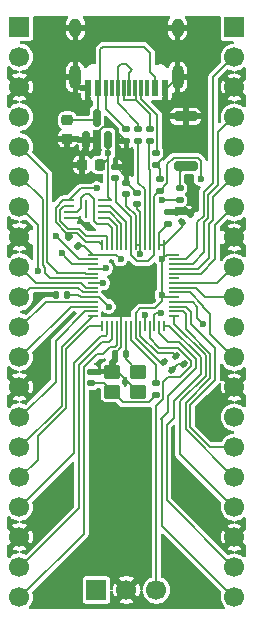
<source format=gbr>
%TF.GenerationSoftware,KiCad,Pcbnew,9.0.6+dfsg-1*%
%TF.CreationDate,2025-11-20T13:37:38+09:00*%
%TF.ProjectId,hiraboard,68697261-626f-4617-9264-2e6b69636164,rev?*%
%TF.SameCoordinates,Original*%
%TF.FileFunction,Copper,L1,Top*%
%TF.FilePolarity,Positive*%
%FSLAX46Y46*%
G04 Gerber Fmt 4.6, Leading zero omitted, Abs format (unit mm)*
G04 Created by KiCad (PCBNEW 9.0.6+dfsg-1) date 2025-11-20 13:37:38*
%MOMM*%
%LPD*%
G01*
G04 APERTURE LIST*
G04 Aperture macros list*
%AMRoundRect*
0 Rectangle with rounded corners*
0 $1 Rounding radius*
0 $2 $3 $4 $5 $6 $7 $8 $9 X,Y pos of 4 corners*
0 Add a 4 corners polygon primitive as box body*
4,1,4,$2,$3,$4,$5,$6,$7,$8,$9,$2,$3,0*
0 Add four circle primitives for the rounded corners*
1,1,$1+$1,$2,$3*
1,1,$1+$1,$4,$5*
1,1,$1+$1,$6,$7*
1,1,$1+$1,$8,$9*
0 Add four rect primitives between the rounded corners*
20,1,$1+$1,$2,$3,$4,$5,0*
20,1,$1+$1,$4,$5,$6,$7,0*
20,1,$1+$1,$6,$7,$8,$9,0*
20,1,$1+$1,$8,$9,$2,$3,0*%
G04 Aperture macros list end*
%TA.AperFunction,ComponentPad*%
%ADD10C,1.700000*%
%TD*%
%TA.AperFunction,ComponentPad*%
%ADD11R,1.700000X1.700000*%
%TD*%
%TA.AperFunction,HeatsinkPad*%
%ADD12R,0.200000X1.600000*%
%TD*%
%TA.AperFunction,SMDPad,CuDef*%
%ADD13RoundRect,0.062500X-0.387500X-0.062500X0.387500X-0.062500X0.387500X0.062500X-0.387500X0.062500X0*%
%TD*%
%TA.AperFunction,SMDPad,CuDef*%
%ADD14RoundRect,0.140000X0.140000X0.170000X-0.140000X0.170000X-0.140000X-0.170000X0.140000X-0.170000X0*%
%TD*%
%TA.AperFunction,SMDPad,CuDef*%
%ADD15RoundRect,0.250000X-0.450000X-0.350000X0.450000X-0.350000X0.450000X0.350000X-0.450000X0.350000X0*%
%TD*%
%TA.AperFunction,SMDPad,CuDef*%
%ADD16RoundRect,0.140000X-0.219203X-0.021213X-0.021213X-0.219203X0.219203X0.021213X0.021213X0.219203X0*%
%TD*%
%TA.AperFunction,SMDPad,CuDef*%
%ADD17RoundRect,0.135000X-0.185000X0.135000X-0.185000X-0.135000X0.185000X-0.135000X0.185000X0.135000X0*%
%TD*%
%TA.AperFunction,SMDPad,CuDef*%
%ADD18RoundRect,0.140000X0.170000X-0.140000X0.170000X0.140000X-0.170000X0.140000X-0.170000X-0.140000X0*%
%TD*%
%TA.AperFunction,SMDPad,CuDef*%
%ADD19RoundRect,0.150000X0.150000X-0.587500X0.150000X0.587500X-0.150000X0.587500X-0.150000X-0.587500X0*%
%TD*%
%TA.AperFunction,SMDPad,CuDef*%
%ADD20RoundRect,0.050000X-0.387500X-0.050000X0.387500X-0.050000X0.387500X0.050000X-0.387500X0.050000X0*%
%TD*%
%TA.AperFunction,SMDPad,CuDef*%
%ADD21RoundRect,0.050000X-0.050000X-0.387500X0.050000X-0.387500X0.050000X0.387500X-0.050000X0.387500X0*%
%TD*%
%TA.AperFunction,HeatsinkPad*%
%ADD22R,3.200000X3.200000*%
%TD*%
%TA.AperFunction,SMDPad,CuDef*%
%ADD23RoundRect,0.200000X-0.800000X0.200000X-0.800000X-0.200000X0.800000X-0.200000X0.800000X0.200000X0*%
%TD*%
%TA.AperFunction,SMDPad,CuDef*%
%ADD24RoundRect,0.135000X0.226274X0.035355X0.035355X0.226274X-0.226274X-0.035355X-0.035355X-0.226274X0*%
%TD*%
%TA.AperFunction,SMDPad,CuDef*%
%ADD25RoundRect,0.140000X0.021213X-0.219203X0.219203X-0.021213X-0.021213X0.219203X-0.219203X0.021213X0*%
%TD*%
%TA.AperFunction,SMDPad,CuDef*%
%ADD26RoundRect,0.225000X-0.250000X0.225000X-0.250000X-0.225000X0.250000X-0.225000X0.250000X0.225000X0*%
%TD*%
%TA.AperFunction,SMDPad,CuDef*%
%ADD27R,0.600000X1.450000*%
%TD*%
%TA.AperFunction,SMDPad,CuDef*%
%ADD28R,0.300000X1.450000*%
%TD*%
%TA.AperFunction,HeatsinkPad*%
%ADD29O,1.000000X2.100000*%
%TD*%
%TA.AperFunction,HeatsinkPad*%
%ADD30O,1.000000X1.600000*%
%TD*%
%TA.AperFunction,SMDPad,CuDef*%
%ADD31RoundRect,0.225000X0.225000X0.250000X-0.225000X0.250000X-0.225000X-0.250000X0.225000X-0.250000X0*%
%TD*%
%TA.AperFunction,ViaPad*%
%ADD32C,0.600000*%
%TD*%
%TA.AperFunction,Conductor*%
%ADD33C,0.200000*%
%TD*%
G04 APERTURE END LIST*
D10*
%TO.P,J2,20,Pin_20*%
%TO.N,GPIO15*%
X191439678Y-124591419D03*
%TO.P,J2,19,Pin_19*%
%TO.N,GPIO14*%
X191439678Y-122051419D03*
%TO.P,J2,18,Pin_18*%
%TO.N,GND*%
X191439678Y-119511419D03*
%TO.P,J2,17,Pin_17*%
%TO.N,GPIO13*%
X191439678Y-116971419D03*
%TO.P,J2,16,Pin_16*%
%TO.N,GPIO12*%
X191439678Y-114431419D03*
%TO.P,J2,15,Pin_15*%
%TO.N,GPIO11*%
X191439678Y-111891419D03*
%TO.P,J2,14,Pin_14*%
%TO.N,GPIO10*%
X191439678Y-109351419D03*
%TO.P,J2,13,Pin_13*%
%TO.N,GND*%
X191439678Y-106811419D03*
%TO.P,J2,12,Pin_12*%
%TO.N,GPIO9*%
X191439678Y-104271419D03*
%TO.P,J2,11,Pin_11*%
%TO.N,GPIO8*%
X191439678Y-101731419D03*
%TO.P,J2,10,Pin_10*%
%TO.N,GPIO7*%
X191439678Y-99191419D03*
%TO.P,J2,9,Pin_9*%
%TO.N,GPIO6*%
X191439678Y-96651419D03*
%TO.P,J2,8,Pin_8*%
%TO.N,GND*%
X191439678Y-94111419D03*
%TO.P,J2,7,Pin_7*%
%TO.N,GPIO5*%
X191439678Y-91571419D03*
%TO.P,J2,6,Pin_6*%
%TO.N,GPIO4*%
X191439678Y-89031419D03*
%TO.P,J2,5,Pin_5*%
%TO.N,GPIO3*%
X191439678Y-86491419D03*
%TO.P,J2,4,Pin_4*%
%TO.N,GPIO2*%
X191439678Y-83951419D03*
%TO.P,J2,3,Pin_3*%
%TO.N,GND*%
X191439678Y-81411419D03*
%TO.P,J2,2,Pin_2*%
%TO.N,GPIO1*%
X191439678Y-78871419D03*
D11*
%TO.P,J2,1,Pin_1*%
%TO.N,GPIO0*%
X191439678Y-76331419D03*
%TD*%
D12*
%TO.P,U3,9*%
%TO.N,N/C*%
X197075000Y-91750000D03*
D13*
%TO.P,U3,8,VCC*%
%TO.N,+3V3*%
X198500000Y-91000000D03*
%TO.P,U3,7,~{HOLD}/~{RESET}/IO_{3}*%
%TO.N,QSPI_SD3*%
X198500000Y-91500000D03*
%TO.P,U3,6,CLK*%
%TO.N,QSPI_SCLK*%
X198500000Y-92000000D03*
%TO.P,U3,5,DI/IO_{0}*%
%TO.N,QSPI_SD0*%
X198500000Y-92500000D03*
%TO.P,U3,4,GND*%
%TO.N,GND*%
X195650000Y-92500000D03*
%TO.P,U3,3,~{WP}/IO_{2}*%
%TO.N,QSPI_SD2*%
X195650000Y-92000000D03*
%TO.P,U3,2,DO/IO_{1}*%
%TO.N,QSPI_SD1*%
X195650000Y-91500000D03*
%TO.P,U3,1,~{CS}*%
%TO.N,QSPI_SS*%
X195650000Y-91000000D03*
%TD*%
D14*
%TO.P,C14,1*%
%TO.N,XIN*%
X200480000Y-104000000D03*
%TO.P,C14,2*%
%TO.N,GND*%
X199520000Y-104000000D03*
%TD*%
D15*
%TO.P,Y1,1,1*%
%TO.N,Net-(C15-Pad1)*%
X199300000Y-107200000D03*
%TO.P,Y1,2,2*%
%TO.N,GND*%
X201500000Y-107200000D03*
%TO.P,Y1,3,3*%
%TO.N,XIN*%
X201500000Y-105500000D03*
%TO.P,Y1,4,4*%
%TO.N,GND*%
X199300000Y-105500000D03*
%TD*%
D16*
%TO.P,C17,2*%
%TO.N,GND*%
X204339411Y-105339411D03*
%TO.P,C17,1*%
%TO.N,+3V3*%
X203660589Y-104660589D03*
%TD*%
%TO.P,C9,2*%
%TO.N,GND*%
X205339411Y-104839411D03*
%TO.P,C9,1*%
%TO.N,+1V1*%
X204660589Y-104160589D03*
%TD*%
D17*
%TO.P,R5,2*%
%TO.N,Net-(C15-Pad1)*%
X203000000Y-107510000D03*
%TO.P,R5,1*%
%TO.N,XOUT*%
X203000000Y-106490000D03*
%TD*%
D10*
%TO.P,J3,20,Pin_20*%
%TO.N,GPIO16*%
X209627987Y-124604160D03*
%TO.P,J3,19,Pin_19*%
%TO.N,GPIO17*%
X209627987Y-122064160D03*
%TO.P,J3,18,Pin_18*%
%TO.N,GND*%
X209627987Y-119524160D03*
%TO.P,J3,17,Pin_17*%
%TO.N,GPIO18*%
X209627987Y-116984160D03*
%TO.P,J3,16,Pin_16*%
%TO.N,GPIO19*%
X209627987Y-114444160D03*
%TO.P,J3,15,Pin_15*%
%TO.N,GPIO20*%
X209627987Y-111904160D03*
%TO.P,J3,14,Pin_14*%
%TO.N,GPIO21*%
X209627987Y-109364160D03*
%TO.P,J3,13,Pin_13*%
%TO.N,GND*%
X209627987Y-106824160D03*
%TO.P,J3,12,Pin_12*%
%TO.N,GPIO22*%
X209627987Y-104284160D03*
%TO.P,J3,11,Pin_11*%
%TO.N,RUN*%
X209627987Y-101744160D03*
%TO.P,J3,10,Pin_10*%
%TO.N,GPIO23*%
X209627987Y-99204160D03*
%TO.P,J3,9,Pin_9*%
%TO.N,GPIO24*%
X209627987Y-96664160D03*
%TO.P,J3,8,Pin_8*%
%TO.N,GND*%
X209627987Y-94124160D03*
%TO.P,J3,7,Pin_7*%
%TO.N,GPIO26_ADC0*%
X209627987Y-91584160D03*
%TO.P,J3,6,Pin_6*%
%TO.N,GPIO27_ADC1*%
X209627987Y-89044160D03*
%TO.P,J3,5,Pin_5*%
%TO.N,+3V3*%
X209627987Y-86504160D03*
%TO.P,J3,4,Pin_4*%
%TO.N,GPIO28_ADC2*%
X209627987Y-83964160D03*
%TO.P,J3,3,Pin_3*%
%TO.N,GND*%
X209627987Y-81424160D03*
%TO.P,J3,2,Pin_2*%
%TO.N,GPIO29_ADC3*%
X209627987Y-78884160D03*
D11*
%TO.P,J3,1,Pin_1*%
%TO.N,VBUS*%
X209627987Y-76344160D03*
%TD*%
D18*
%TO.P,C15,1*%
%TO.N,Net-(C15-Pad1)*%
X197500000Y-106480000D03*
%TO.P,C15,2*%
%TO.N,GND*%
X197500000Y-105520000D03*
%TD*%
D17*
%TO.P,R7,1*%
%TO.N,Net-(R7-Pad1)*%
X204990000Y-89990000D03*
%TO.P,R7,2*%
%TO.N,QSPI_SS*%
X204990000Y-91010000D03*
%TD*%
D19*
%TO.P,U2,1,GND*%
%TO.N,GND*%
X197050000Y-85875000D03*
%TO.P,U2,2,VO*%
%TO.N,+3V3*%
X198950000Y-85875000D03*
%TO.P,U2,3,VI*%
%TO.N,Net-(U2-VI)*%
X198000000Y-84000000D03*
%TD*%
D18*
%TO.P,C10,1*%
%TO.N,+1V1*%
X199560591Y-89115233D03*
%TO.P,C10,2*%
%TO.N,GND*%
X199560591Y-88155233D03*
%TD*%
%TO.P,C8,1*%
%TO.N,+3V3*%
X200500000Y-90480000D03*
%TO.P,C8,2*%
%TO.N,GND*%
X200500000Y-89520000D03*
%TD*%
D20*
%TO.P,U1,1,IOVDD*%
%TO.N,+3V3*%
X197625000Y-95600000D03*
%TO.P,U1,2,GPIO0*%
%TO.N,GPIO0*%
X197625000Y-96000000D03*
%TO.P,U1,3,GPIO1*%
%TO.N,GPIO1*%
X197625000Y-96400000D03*
%TO.P,U1,4,GPIO2*%
%TO.N,GPIO2*%
X197625000Y-96800000D03*
%TO.P,U1,5,GPIO3*%
%TO.N,GPIO3*%
X197625000Y-97200000D03*
%TO.P,U1,6,GPIO4*%
%TO.N,GPIO4*%
X197625000Y-97600000D03*
%TO.P,U1,7,GPIO5*%
%TO.N,GPIO5*%
X197625000Y-98000000D03*
%TO.P,U1,8,GPIO6*%
%TO.N,GPIO6*%
X197625000Y-98400000D03*
%TO.P,U1,9,GPIO7*%
%TO.N,GPIO7*%
X197625000Y-98800000D03*
%TO.P,U1,10,IOVDD*%
%TO.N,+3V3*%
X197625000Y-99200000D03*
%TO.P,U1,11,GPIO8*%
%TO.N,GPIO8*%
X197625000Y-99600000D03*
%TO.P,U1,12,GPIO9*%
%TO.N,GPIO9*%
X197625000Y-100000000D03*
%TO.P,U1,13,GPIO10*%
%TO.N,GPIO10*%
X197625000Y-100400000D03*
%TO.P,U1,14,GPIO11*%
%TO.N,GPIO11*%
X197625000Y-100800000D03*
D21*
%TO.P,U1,15,GPIO12*%
%TO.N,GPIO12*%
X198462500Y-101637500D03*
%TO.P,U1,16,GPIO13*%
%TO.N,GPIO13*%
X198862500Y-101637500D03*
%TO.P,U1,17,GPIO14*%
%TO.N,GPIO14*%
X199262500Y-101637500D03*
%TO.P,U1,18,GPIO15*%
%TO.N,GPIO15*%
X199662500Y-101637500D03*
%TO.P,U1,19,TESTEN*%
%TO.N,GND*%
X200062500Y-101637500D03*
%TO.P,U1,20,XIN*%
%TO.N,XIN*%
X200462500Y-101637500D03*
%TO.P,U1,21,XOUT*%
%TO.N,XOUT*%
X200862500Y-101637500D03*
%TO.P,U1,22,IOVDD*%
%TO.N,+3V3*%
X201262500Y-101637500D03*
%TO.P,U1,23,DVDD*%
%TO.N,+1V1*%
X201662500Y-101637500D03*
%TO.P,U1,24,SWCLK*%
%TO.N,SWCLK*%
X202062500Y-101637500D03*
%TO.P,U1,25,SWD*%
%TO.N,SWD*%
X202462500Y-101637500D03*
%TO.P,U1,26,RUN*%
%TO.N,RUN*%
X202862500Y-101637500D03*
%TO.P,U1,27,GPIO16*%
%TO.N,GPIO16*%
X203262500Y-101637500D03*
%TO.P,U1,28,GPIO17*%
%TO.N,GPIO17*%
X203662500Y-101637500D03*
D20*
%TO.P,U1,29,GPIO18*%
%TO.N,GPIO18*%
X204500000Y-100800000D03*
%TO.P,U1,30,GPIO19*%
%TO.N,GPIO19*%
X204500000Y-100400000D03*
%TO.P,U1,31,GPIO20*%
%TO.N,GPIO20*%
X204500000Y-100000000D03*
%TO.P,U1,32,GPIO21*%
%TO.N,GPIO21*%
X204500000Y-99600000D03*
%TO.P,U1,33,IOVDD*%
%TO.N,+3V3*%
X204500000Y-99200000D03*
%TO.P,U1,34,GPIO22*%
%TO.N,GPIO22*%
X204500000Y-98800000D03*
%TO.P,U1,35,GPIO23*%
%TO.N,GPIO23*%
X204500000Y-98400000D03*
%TO.P,U1,36,GPIO24*%
%TO.N,GPIO24*%
X204500000Y-98000000D03*
%TO.P,U1,37,GPIO25*%
%TO.N,unconnected-(U1-GPIO25-Pad37)*%
X204500000Y-97600000D03*
%TO.P,U1,38,GPIO26_ADC0*%
%TO.N,GPIO26_ADC0*%
X204500000Y-97200000D03*
%TO.P,U1,39,GPIO27_ADC1*%
%TO.N,GPIO27_ADC1*%
X204500000Y-96800000D03*
%TO.P,U1,40,GPIO28_ADC2*%
%TO.N,GPIO28_ADC2*%
X204500000Y-96400000D03*
%TO.P,U1,41,GPIO29_ADC3*%
%TO.N,GPIO29_ADC3*%
X204500000Y-96000000D03*
%TO.P,U1,42,IOVDD*%
%TO.N,+3V3*%
X204500000Y-95600000D03*
D21*
%TO.P,U1,43,ADC_AVDD*%
X203662500Y-94762500D03*
%TO.P,U1,44,VREG_IN*%
X203262500Y-94762500D03*
%TO.P,U1,45,VREG_VOUT*%
%TO.N,+1V1*%
X202862500Y-94762500D03*
%TO.P,U1,46,USB_DM*%
%TO.N,Net-(U1-USB_DM)*%
X202462500Y-94762500D03*
%TO.P,U1,47,USB_DP*%
%TO.N,Net-(U1-USB_DP)*%
X202062500Y-94762500D03*
%TO.P,U1,48,USB_VDD*%
%TO.N,+3V3*%
X201662500Y-94762500D03*
%TO.P,U1,49,IOVDD*%
X201262500Y-94762500D03*
%TO.P,U1,50,DVDD*%
%TO.N,+1V1*%
X200862500Y-94762500D03*
%TO.P,U1,51,QSPI_SD3*%
%TO.N,QSPI_SD3*%
X200462500Y-94762500D03*
%TO.P,U1,52,QSPI_SCLK*%
%TO.N,QSPI_SCLK*%
X200062500Y-94762500D03*
%TO.P,U1,53,QSPI_SD0*%
%TO.N,QSPI_SD0*%
X199662500Y-94762500D03*
%TO.P,U1,54,QSPI_SD2*%
%TO.N,QSPI_SD2*%
X199262500Y-94762500D03*
%TO.P,U1,55,QSPI_SD1*%
%TO.N,QSPI_SD1*%
X198862500Y-94762500D03*
%TO.P,U1,56,QSPI_SS*%
%TO.N,QSPI_SS*%
X198462500Y-94762500D03*
D22*
%TO.P,U1,57,GND*%
%TO.N,GND*%
X201062500Y-98200000D03*
%TD*%
D17*
%TO.P,R4,1*%
%TO.N,USB_D-*%
X202500000Y-85000000D03*
%TO.P,R4,2*%
%TO.N,Net-(U1-USB_DM)*%
X202500000Y-86020000D03*
%TD*%
D23*
%TO.P,SW1,1,1*%
%TO.N,GND*%
X205500000Y-83900000D03*
%TO.P,SW1,2,2*%
%TO.N,Net-(R7-Pad1)*%
X205500000Y-88100000D03*
%TD*%
D18*
%TO.P,C7,1*%
%TO.N,+3V3*%
X204000000Y-92980000D03*
%TO.P,C7,2*%
%TO.N,GND*%
X204000000Y-92020000D03*
%TD*%
%TO.P,C6,1*%
%TO.N,+3V3*%
X201410430Y-91336444D03*
%TO.P,C6,2*%
%TO.N,GND*%
X201410430Y-90376444D03*
%TD*%
D24*
%TO.P,R6,1*%
%TO.N,+3V3*%
X196360624Y-94860624D03*
%TO.P,R6,2*%
%TO.N,QSPI_SS*%
X195639376Y-94139376D03*
%TD*%
D25*
%TO.P,C1,1*%
%TO.N,+3V3*%
X205160589Y-92839411D03*
%TO.P,C1,2*%
%TO.N,GND*%
X205839411Y-92160589D03*
%TD*%
D11*
%TO.P,J4,1,Pin_1*%
%TO.N,SWCLK*%
X197960000Y-124000000D03*
D10*
%TO.P,J4,2,Pin_2*%
%TO.N,GND*%
X200500000Y-124000000D03*
%TO.P,J4,3,Pin_3*%
%TO.N,SWD*%
X203040000Y-124000000D03*
%TD*%
D17*
%TO.P,R3,1*%
%TO.N,USB_D+*%
X201500000Y-84990000D03*
%TO.P,R3,2*%
%TO.N,Net-(U1-USB_DP)*%
X201500000Y-86010000D03*
%TD*%
D26*
%TO.P,C12,1*%
%TO.N,Net-(U2-VI)*%
X195500000Y-84225000D03*
%TO.P,C12,2*%
%TO.N,GND*%
X195500000Y-85775000D03*
%TD*%
D18*
%TO.P,C11,1*%
%TO.N,+1V1*%
X203344207Y-90189221D03*
%TO.P,C11,2*%
%TO.N,GND*%
X203344207Y-89229221D03*
%TD*%
D14*
%TO.P,C2,1*%
%TO.N,+3V3*%
X195480000Y-99000000D03*
%TO.P,C2,2*%
%TO.N,GND*%
X194520000Y-99000000D03*
%TD*%
D27*
%TO.P,J1,A1,GND*%
%TO.N,GND*%
X203750000Y-81500000D03*
%TO.P,J1,A4,VBUS*%
%TO.N,Net-(U2-VI)*%
X202950000Y-81500000D03*
D28*
%TO.P,J1,A5,CC1*%
%TO.N,Net-(J1-CC1)*%
X201750000Y-81500000D03*
%TO.P,J1,A6,D+*%
%TO.N,USB_D+*%
X200750000Y-81500000D03*
%TO.P,J1,A7,D-*%
%TO.N,USB_D-*%
X200250000Y-81500000D03*
%TO.P,J1,A8*%
%TO.N,N/C*%
X199250000Y-81500000D03*
D27*
%TO.P,J1,A9,VBUS*%
%TO.N,Net-(U2-VI)*%
X198050000Y-81500000D03*
%TO.P,J1,A12,GND*%
%TO.N,GND*%
X197250000Y-81500000D03*
%TO.P,J1,B1,GND*%
X197250000Y-81500000D03*
%TO.P,J1,B4,VBUS*%
%TO.N,Net-(U2-VI)*%
X198050000Y-81500000D03*
D28*
%TO.P,J1,B5,CC2*%
%TO.N,Net-(J1-CC2)*%
X198750000Y-81500000D03*
%TO.P,J1,B6,D+*%
%TO.N,USB_D+*%
X199750000Y-81500000D03*
%TO.P,J1,B7,D-*%
%TO.N,USB_D-*%
X201250000Y-81500000D03*
%TO.P,J1,B8*%
%TO.N,N/C*%
X202250000Y-81500000D03*
D27*
%TO.P,J1,B9,VBUS*%
%TO.N,Net-(U2-VI)*%
X202950000Y-81500000D03*
%TO.P,J1,B12,GND*%
%TO.N,GND*%
X203750000Y-81500000D03*
D29*
%TO.P,J1,S1,SHIELD*%
X204820000Y-80585000D03*
D30*
X204820000Y-76405000D03*
D29*
X196180000Y-80585000D03*
D30*
X196180000Y-76405000D03*
%TD*%
D31*
%TO.P,C13,1*%
%TO.N,+3V3*%
X198275000Y-88000000D03*
%TO.P,C13,2*%
%TO.N,GND*%
X196725000Y-88000000D03*
%TD*%
D17*
%TO.P,R2,1*%
%TO.N,Net-(J1-CC2)*%
X200500000Y-84990000D03*
%TO.P,R2,2*%
%TO.N,GND*%
X200500000Y-86010000D03*
%TD*%
%TO.P,R1,1*%
%TO.N,Net-(J1-CC1)*%
X203000000Y-86980000D03*
%TO.P,R1,2*%
%TO.N,GND*%
X203000000Y-88000000D03*
%TD*%
D32*
%TO.N,GND*%
X194500000Y-76000000D03*
X197250000Y-93250000D03*
X195500000Y-123500000D03*
X208000000Y-110500000D03*
X204339411Y-105339411D03*
X194520000Y-99000000D03*
X201062500Y-98200000D03*
X206250000Y-90250000D03*
X201500000Y-107200000D03*
X204000000Y-92020000D03*
X203344207Y-89229221D03*
%TO.N,+3V3*%
X201620488Y-95537176D03*
X199000000Y-100000000D03*
X198950000Y-87000000D03*
X203500000Y-96000000D03*
X203500000Y-99000000D03*
X200000000Y-96000000D03*
%TO.N,+1V1*%
X204660589Y-104160589D03*
X206801000Y-89199000D03*
%TO.N,GPIO1*%
X195000000Y-95500000D03*
%TO.N,GPIO5*%
X198500000Y-98000000D03*
X193000000Y-97000000D03*
%TO.N,GPIO0*%
X194500000Y-94000000D03*
%TO.N,GPIO2*%
X198750000Y-96750000D03*
%TO.N,GPIO21*%
X207000000Y-101500000D03*
%TO.N,RUN*%
X203456511Y-100543489D03*
%TO.N,SWCLK*%
X202082078Y-100742488D03*
%TO.N,QSPI_SS*%
X198000000Y-90000000D03*
X203510000Y-91010000D03*
%TD*%
D33*
%TO.N,GND*%
X210399000Y-106101000D02*
X210399000Y-106000000D01*
X209708415Y-106791585D02*
X210399000Y-106101000D01*
X209514082Y-106791585D02*
X209708415Y-106791585D01*
X196500000Y-92500000D02*
X197250000Y-93250000D01*
X195650000Y-92500000D02*
X196500000Y-92500000D01*
X203750000Y-81500000D02*
X203905000Y-81500000D01*
X203905000Y-81500000D02*
X204820000Y-80585000D01*
X201062500Y-98200000D02*
X202500000Y-96762500D01*
X205839411Y-92160589D02*
X206500000Y-91500000D01*
X199520000Y-103980000D02*
X199520000Y-104000000D01*
X197250000Y-81500000D02*
X197095000Y-81500000D01*
X200062500Y-101637500D02*
X200062500Y-103437500D01*
X197050000Y-85875000D02*
X197050000Y-86450000D01*
X200500000Y-89520000D02*
X200553986Y-89520000D01*
X204839411Y-104839411D02*
X204339411Y-105339411D01*
X200500000Y-89020000D02*
X199500000Y-88020000D01*
X203750000Y-81500000D02*
X203750000Y-82150000D01*
X200553986Y-89520000D02*
X201410430Y-90376444D01*
X201062500Y-98200000D02*
X200062500Y-99200000D01*
X199280000Y-105520000D02*
X199300000Y-105500000D01*
X199520000Y-104000000D02*
X199520000Y-105280000D01*
X199800000Y-105500000D02*
X201500000Y-107200000D01*
X197504468Y-85875000D02*
X197050000Y-85875000D01*
X195500000Y-85775000D02*
X196950000Y-85775000D01*
X203344207Y-89229221D02*
X203344207Y-88344207D01*
X200500000Y-86010000D02*
X200495000Y-86015000D01*
X197050000Y-81700000D02*
X197250000Y-81500000D01*
X206500000Y-91500000D02*
X206500000Y-90500000D01*
X204140589Y-92160589D02*
X204000000Y-92020000D01*
X206500000Y-90500000D02*
X206250000Y-90250000D01*
X200500000Y-86010000D02*
X199326500Y-84836500D01*
X200495000Y-86015000D02*
X200495000Y-86995000D01*
X198542968Y-84836500D02*
X197504468Y-85875000D01*
X203344207Y-88344207D02*
X203000000Y-88000000D01*
X205339411Y-104839411D02*
X204839411Y-104839411D01*
X199326500Y-84836500D02*
X198542968Y-84836500D01*
X199520000Y-105280000D02*
X199300000Y-105500000D01*
X205500000Y-85500000D02*
X205500000Y-83900000D01*
X197050000Y-86450000D02*
X196725000Y-86775000D01*
X200062500Y-103437500D02*
X199520000Y-103980000D01*
X199300000Y-105500000D02*
X199800000Y-105500000D01*
X197500000Y-105520000D02*
X199280000Y-105520000D01*
X203000000Y-88000000D02*
X205500000Y-85500000D01*
X205839411Y-92160589D02*
X204140589Y-92160589D01*
X200062500Y-99200000D02*
X200062500Y-101637500D01*
X200500000Y-89520000D02*
X200500000Y-89020000D01*
X196950000Y-85775000D02*
X197050000Y-85875000D01*
X196725000Y-86775000D02*
X196725000Y-88000000D01*
%TO.N,+3V3*%
X203662500Y-94762500D02*
X203262500Y-94762500D01*
X201662500Y-94762500D02*
X201662500Y-95495164D01*
X201410430Y-91747930D02*
X201662500Y-92000000D01*
X203500000Y-93480000D02*
X203500000Y-93500000D01*
X198200000Y-99200000D02*
X199000000Y-100000000D01*
X201410430Y-91336444D02*
X201410430Y-91747930D01*
X201662500Y-94762500D02*
X201662500Y-92000000D01*
X198450000Y-88000000D02*
X198950000Y-87500000D01*
X199600000Y-95600000D02*
X200000000Y-96000000D01*
X203500000Y-93500000D02*
X203262500Y-93737500D01*
X203262500Y-93737500D02*
X203262500Y-94762500D01*
X198950000Y-87000000D02*
X198950000Y-87500000D01*
X201680400Y-100142489D02*
X202922011Y-100142489D01*
X200500000Y-91500000D02*
X201262500Y-92262500D01*
X205160589Y-93264411D02*
X205160589Y-92839411D01*
X196632900Y-99200000D02*
X196432900Y-99000000D01*
X203294789Y-104660589D02*
X203660589Y-104660589D01*
X203700000Y-99200000D02*
X203500000Y-99000000D01*
X196360624Y-94860624D02*
X196885624Y-94860624D01*
X204500000Y-95600000D02*
X203900000Y-95600000D01*
X196432900Y-99000000D02*
X195480000Y-99000000D01*
X203700000Y-99200000D02*
X204500000Y-99200000D01*
X197625000Y-95600000D02*
X199600000Y-95600000D01*
X204000000Y-92980000D02*
X203500000Y-93480000D01*
X203500000Y-96000000D02*
X203500000Y-99000000D01*
X201262500Y-101637500D02*
X201262500Y-100560389D01*
X198500000Y-91000000D02*
X199201300Y-91000000D01*
X198950000Y-87500000D02*
X198950000Y-90748700D01*
X203662500Y-94762500D02*
X203662500Y-94337500D01*
X197625000Y-99200000D02*
X196632900Y-99200000D01*
X203662500Y-95837500D02*
X203500000Y-96000000D01*
X203662500Y-94762500D02*
X205160589Y-93264411D01*
X203662500Y-94762500D02*
X203662500Y-95837500D01*
X198950000Y-90748700D02*
X199201300Y-91000000D01*
X201262500Y-100560389D02*
X201680400Y-100142489D01*
X201262500Y-101637500D02*
X201262500Y-102628300D01*
X201262500Y-94762500D02*
X201662500Y-94762500D01*
X197625000Y-99200000D02*
X198200000Y-99200000D01*
X196885624Y-94860624D02*
X197625000Y-95600000D01*
X203900000Y-95600000D02*
X203500000Y-96000000D01*
X200500000Y-90480000D02*
X200500000Y-91500000D01*
X201262500Y-102628300D02*
X203294789Y-104660589D01*
X202922011Y-100142489D02*
X203500000Y-99564500D01*
X203500000Y-99564500D02*
X203500000Y-99000000D01*
X198275000Y-88000000D02*
X198450000Y-88000000D01*
X201262500Y-92262500D02*
X201262500Y-94762500D01*
X198950000Y-85875000D02*
X198950000Y-87000000D01*
X201662500Y-95495164D02*
X201620488Y-95537176D01*
%TO.N,+1V1*%
X200862500Y-92429600D02*
X199602300Y-91169400D01*
X204462600Y-103962600D02*
X203163900Y-103962600D01*
X206801000Y-87686936D02*
X206513064Y-87399000D01*
X201371545Y-96138176D02*
X200862500Y-95629131D01*
X202361824Y-96138176D02*
X201371545Y-96138176D01*
X200862500Y-95629131D02*
X200862500Y-94762500D01*
X203955207Y-89578221D02*
X203344207Y-90189221D01*
X199602300Y-91169400D02*
X199602300Y-89082300D01*
X202862500Y-90670928D02*
X203344207Y-90189221D01*
X206513064Y-87399000D02*
X204486936Y-87399000D01*
X203955207Y-87930729D02*
X203955207Y-89578221D01*
X203163900Y-103962600D02*
X201662500Y-102461200D01*
X204660589Y-104160589D02*
X204462600Y-103962600D01*
X206801000Y-89199000D02*
X206801000Y-87686936D01*
X204486936Y-87399000D02*
X203955207Y-87930729D01*
X199602300Y-89082300D02*
X199500000Y-88980000D01*
X202862500Y-95637500D02*
X202361824Y-96138176D01*
X201662500Y-102461200D02*
X201662500Y-101637500D01*
X200862500Y-94762500D02*
X200862500Y-92429600D01*
X202862500Y-94762500D02*
X202862500Y-90670928D01*
X202862500Y-94762500D02*
X202862500Y-95637500D01*
%TO.N,Net-(U2-VI)*%
X198500000Y-78000000D02*
X202000000Y-78000000D01*
X198050000Y-81500000D02*
X198286000Y-81264000D01*
X202950000Y-80571008D02*
X202950000Y-81500000D01*
X198050000Y-81500000D02*
X198050000Y-83950000D01*
X202500000Y-80121008D02*
X202950000Y-80571008D01*
X197775000Y-84225000D02*
X198000000Y-84000000D01*
X202000000Y-78000000D02*
X202500000Y-78500000D01*
X198050000Y-83950000D02*
X198000000Y-84000000D01*
X195500000Y-84225000D02*
X197775000Y-84225000D01*
X198286000Y-78214000D02*
X198500000Y-78000000D01*
X202500000Y-78500000D02*
X202500000Y-80121008D01*
X198286000Y-81264000D02*
X198286000Y-78214000D01*
%TO.N,XIN*%
X200480000Y-104000000D02*
X200480000Y-104480000D01*
X200462500Y-102962500D02*
X200480000Y-102980000D01*
X200480000Y-102980000D02*
X200480000Y-104000000D01*
X200462500Y-101637500D02*
X200462500Y-102962500D01*
X200480000Y-104480000D02*
X201500000Y-105500000D01*
%TO.N,Net-(C15-Pad1)*%
X202409000Y-108101000D02*
X200201000Y-108101000D01*
X200201000Y-108101000D02*
X199300000Y-107200000D01*
X198580000Y-106480000D02*
X199300000Y-107200000D01*
X203000000Y-107510000D02*
X202409000Y-108101000D01*
X197500000Y-106480000D02*
X198580000Y-106480000D01*
%TO.N,USB_D+*%
X200750000Y-80250000D02*
X200750000Y-81500000D01*
X201500000Y-84500000D02*
X201500000Y-84990000D01*
X199750000Y-81500000D02*
X199750000Y-79750000D01*
X199750000Y-82750000D02*
X201500000Y-84500000D01*
X200500000Y-79500000D02*
X201000000Y-80000000D01*
X199750000Y-81500000D02*
X199750000Y-82750000D01*
X199750000Y-79750000D02*
X200000000Y-79500000D01*
X200000000Y-79500000D02*
X200500000Y-79500000D01*
X201000000Y-80000000D02*
X200750000Y-80250000D01*
%TO.N,Net-(J1-CC1)*%
X201750000Y-82409900D02*
X203121000Y-83780900D01*
X203121000Y-83780900D02*
X203121000Y-86859000D01*
X203121000Y-86859000D02*
X203000000Y-86980000D01*
X201750000Y-81500000D02*
X201750000Y-82409900D01*
%TO.N,Net-(J1-CC2)*%
X200500000Y-84990000D02*
X198750000Y-83240000D01*
X198750000Y-83240000D02*
X198750000Y-81500000D01*
%TO.N,USB_D-*%
X202500000Y-85000000D02*
X202500000Y-83727000D01*
X201299000Y-82526000D02*
X200299000Y-82526000D01*
X200250000Y-82477000D02*
X200250000Y-81500000D01*
X201250000Y-81500000D02*
X201299000Y-81549000D01*
X201299000Y-81549000D02*
X201299000Y-82526000D01*
X202500000Y-83727000D02*
X201299000Y-82526000D01*
X200299000Y-82526000D02*
X200250000Y-82477000D01*
%TO.N,GPIO3*%
X191514341Y-86501325D02*
X193802000Y-88788984D01*
X197075726Y-97186000D02*
X197089726Y-97200000D01*
X193802000Y-88788984D02*
X193802000Y-96219550D01*
X197089726Y-97200000D02*
X197625000Y-97200000D01*
X194686000Y-97186000D02*
X197075726Y-97186000D01*
X194643450Y-97061000D02*
X194643450Y-97143450D01*
X193802000Y-96219550D02*
X194643450Y-97061000D01*
X194643450Y-97143450D02*
X194686000Y-97186000D01*
%TO.N,GPIO4*%
X193601000Y-97188000D02*
X193601000Y-96700000D01*
X194000000Y-97587000D02*
X193601000Y-97188000D01*
X197625000Y-97600000D02*
X196856826Y-97600000D01*
X193601000Y-96700000D02*
X193401000Y-96500000D01*
X196856826Y-97600000D02*
X196843826Y-97587000D01*
X196843826Y-97587000D02*
X194000000Y-97587000D01*
X193401000Y-90927984D02*
X191514341Y-89041325D01*
X193401000Y-96500000D02*
X193401000Y-90927984D01*
%TO.N,GPIO8*%
X196589000Y-99611000D02*
X193644666Y-99611000D01*
X196600000Y-99600000D02*
X196589000Y-99611000D01*
X197625000Y-99600000D02*
X196600000Y-99600000D01*
X193644666Y-99611000D02*
X191514341Y-101741325D01*
%TO.N,GPIO10*%
X194500000Y-102923426D02*
X194500000Y-106375666D01*
X197625000Y-100400000D02*
X197023426Y-100400000D01*
X194500000Y-106375666D02*
X191514341Y-109361325D01*
X197023426Y-100400000D02*
X194500000Y-102923426D01*
%TO.N,GPIO6*%
X191514341Y-96661325D02*
X192841016Y-97988000D01*
X196677726Y-97988000D02*
X197089726Y-98400000D01*
X192841016Y-97988000D02*
X196677726Y-97988000D01*
X197089726Y-98400000D02*
X197625000Y-98400000D01*
%TO.N,GPIO14*%
X196488000Y-104944900D02*
X196488000Y-117087666D01*
X199262500Y-101637500D02*
X199262500Y-102737500D01*
X199262500Y-102737500D02*
X199000000Y-103000000D01*
X199000000Y-103000000D02*
X198432900Y-103000000D01*
X196488000Y-117087666D02*
X191514341Y-122061325D01*
X198432900Y-103000000D02*
X196488000Y-104944900D01*
%TO.N,GPIO1*%
X195500000Y-96000000D02*
X195000000Y-95500000D01*
X197625000Y-96400000D02*
X195900000Y-96400000D01*
X195900000Y-96400000D02*
X195500000Y-96000000D01*
%TO.N,GPIO5*%
X193000000Y-95000000D02*
X193000000Y-97000000D01*
X191514341Y-91581325D02*
X193000000Y-93066984D01*
X197625000Y-98000000D02*
X198500000Y-98000000D01*
X193000000Y-93066984D02*
X193000000Y-95000000D01*
%TO.N,GPIO7*%
X196389000Y-98389000D02*
X192326666Y-98389000D01*
X197625000Y-98800000D02*
X196800000Y-98800000D01*
X192326666Y-98389000D02*
X191514341Y-99201325D01*
X196800000Y-98800000D02*
X196389000Y-98389000D01*
%TO.N,GPIO13*%
X191514341Y-116981325D02*
X196087000Y-112408666D01*
X198365800Y-102500000D02*
X198725000Y-102500000D01*
X196087000Y-112408666D02*
X196087000Y-104778800D01*
X196087000Y-104778800D02*
X198365800Y-102500000D01*
X198862500Y-102362500D02*
X198862500Y-101637500D01*
X198725000Y-102500000D02*
X198862500Y-102362500D01*
%TO.N,GPIO9*%
X196856326Y-100000000D02*
X196844326Y-100012000D01*
X197625000Y-100000000D02*
X196856326Y-100000000D01*
X195783666Y-100012000D02*
X196844326Y-100012000D01*
X191514341Y-104281325D02*
X195783666Y-100012000D01*
%TO.N,GPIO0*%
X196500000Y-96000000D02*
X195000000Y-94500000D01*
X197625000Y-96000000D02*
X196500000Y-96000000D01*
X195000000Y-94500000D02*
X194500000Y-94000000D01*
%TO.N,GPIO12*%
X195401000Y-108599000D02*
X193000000Y-111000000D01*
X195401000Y-103599000D02*
X195401000Y-108599000D01*
X197362500Y-101637500D02*
X195401000Y-103599000D01*
X193000000Y-112955666D02*
X191514341Y-114441325D01*
X198462500Y-101637500D02*
X197362500Y-101637500D01*
X193000000Y-111000000D02*
X193000000Y-112955666D01*
%TO.N,GPIO2*%
X198700000Y-96800000D02*
X198750000Y-96750000D01*
X197625000Y-96800000D02*
X198700000Y-96800000D01*
%TO.N,GPIO11*%
X191514341Y-111901325D02*
X195000000Y-108415666D01*
X195000000Y-108415666D02*
X195000000Y-103425000D01*
X195000000Y-103425000D02*
X197625000Y-100800000D01*
%TO.N,GPIO15*%
X196889000Y-105111000D02*
X196889000Y-119226666D01*
X199662500Y-103226500D02*
X199500000Y-103389000D01*
X199500000Y-103389000D02*
X199111000Y-103389000D01*
X196889000Y-119226666D02*
X191514341Y-124601325D01*
X198000000Y-104000000D02*
X196889000Y-105111000D01*
X199111000Y-103389000D02*
X198500000Y-104000000D01*
X198500000Y-104000000D02*
X198000000Y-104000000D01*
X199662500Y-101637500D02*
X199662500Y-103226500D01*
%TO.N,GPIO17*%
X203901000Y-110000000D02*
X204500000Y-109401000D01*
X204500000Y-109401000D02*
X204500000Y-108000000D01*
X209514082Y-122031585D02*
X203901000Y-116418503D01*
X206804358Y-105695642D02*
X206804358Y-104306072D01*
X206804358Y-104306072D02*
X204135786Y-101637500D01*
X204500000Y-108000000D02*
X206804358Y-105695642D01*
X204135786Y-101637500D02*
X203662500Y-101637500D01*
X203901000Y-116418503D02*
X203901000Y-110000000D01*
%TO.N,GPIO23*%
X204500000Y-98400000D02*
X206400000Y-98400000D01*
X207171585Y-99171585D02*
X209514082Y-99171585D01*
X206400000Y-98400000D02*
X207171585Y-99171585D01*
%TO.N,GPIO27_ADC1*%
X207500000Y-95875000D02*
X207500000Y-92998567D01*
X204500000Y-96800000D02*
X206575000Y-96800000D01*
X206575000Y-96800000D02*
X207500000Y-95875000D01*
X207833900Y-92664667D02*
X207833900Y-90691767D01*
X207833900Y-90691767D02*
X209514082Y-89011585D01*
X207500000Y-92998567D02*
X207833900Y-92664667D01*
%TO.N,GPIO28_ADC2*%
X207432900Y-92498567D02*
X207432900Y-90525667D01*
X207099000Y-95401000D02*
X207099000Y-92832467D01*
X207432900Y-90525667D02*
X208229284Y-89729283D01*
X208229284Y-85216383D02*
X209514082Y-83931585D01*
X207099000Y-92832467D02*
X207432900Y-92498567D01*
X208229284Y-89729283D02*
X208229284Y-85216383D01*
X206100000Y-96400000D02*
X207099000Y-95401000D01*
X204500000Y-96400000D02*
X206100000Y-96400000D01*
%TO.N,GPIO29_ADC3*%
X207828284Y-80537383D02*
X209514082Y-78851585D01*
X206500000Y-92864367D02*
X207031900Y-92332467D01*
X207031900Y-92332467D02*
X207031900Y-90296384D01*
X207031900Y-90296384D02*
X207828284Y-89500000D01*
X207828284Y-89500000D02*
X207828284Y-80537383D01*
X206500000Y-95000000D02*
X206500000Y-92864367D01*
X205500000Y-96000000D02*
X206500000Y-95000000D01*
X204500000Y-96000000D02*
X205500000Y-96000000D01*
%TO.N,GPIO26_ADC0*%
X204500000Y-97200000D02*
X206800000Y-97200000D01*
X206800000Y-97200000D02*
X208000000Y-96000000D01*
X208000000Y-96000000D02*
X208000000Y-93065667D01*
X208000000Y-93065667D02*
X209514082Y-91551585D01*
%TO.N,GPIO21*%
X206500000Y-101000000D02*
X207000000Y-101500000D01*
X204500000Y-99600000D02*
X206100000Y-99600000D01*
X206100000Y-99600000D02*
X206500000Y-100000000D01*
X206500000Y-100000000D02*
X206500000Y-101000000D01*
%TO.N,GPIO16*%
X203500000Y-109559000D02*
X203500000Y-118557503D01*
X204022000Y-108919000D02*
X203441000Y-109500000D01*
X203500000Y-118557503D02*
X209514082Y-124571585D01*
X203441000Y-109500000D02*
X203500000Y-109559000D01*
X206403358Y-105164222D02*
X204067580Y-107500000D01*
X203262500Y-101637500D02*
X203262500Y-102262500D01*
X204022000Y-107500000D02*
X204022000Y-108919000D01*
X204067580Y-107500000D02*
X204022000Y-107500000D01*
X204000000Y-103000000D02*
X204931186Y-103000000D01*
X204931186Y-103000000D02*
X206403358Y-104472172D01*
X203262500Y-102262500D02*
X204000000Y-103000000D01*
X206403358Y-104472172D02*
X206403358Y-105164222D01*
%TO.N,RUN*%
X202862500Y-101637500D02*
X202862500Y-100680989D01*
X202862500Y-100680989D02*
X203000000Y-100543489D01*
X203000000Y-100543489D02*
X203456511Y-100543489D01*
%TO.N,GPIO20*%
X208007358Y-103507358D02*
X208007358Y-106193942D01*
X205901000Y-110231403D02*
X207584799Y-111915202D01*
X204500000Y-100000000D02*
X205500000Y-100000000D01*
X205901000Y-108300300D02*
X205901000Y-110231403D01*
X208007358Y-106193942D02*
X205901000Y-108300300D01*
X206000000Y-101500000D02*
X208007358Y-103507358D01*
X207584799Y-111915202D02*
X207628416Y-111871585D01*
X206000000Y-100500000D02*
X206000000Y-101500000D01*
X205500000Y-100000000D02*
X206000000Y-100500000D01*
X207628416Y-111871585D02*
X209514082Y-111871585D01*
%TO.N,GPIO22*%
X207000000Y-100000000D02*
X207601000Y-100601000D01*
X205867100Y-98800000D02*
X207000000Y-99932900D01*
X207601000Y-100601000D02*
X207601000Y-102338503D01*
X207601000Y-102338503D02*
X209514082Y-104251585D01*
X204500000Y-98800000D02*
X205867100Y-98800000D01*
X207000000Y-99932900D02*
X207000000Y-100000000D01*
%TO.N,GPIO24*%
X208145667Y-98000000D02*
X209514082Y-96631585D01*
X204500000Y-98000000D02*
X208145667Y-98000000D01*
%TO.N,GPIO19*%
X205500000Y-108134200D02*
X205500000Y-110397503D01*
X207606358Y-106027842D02*
X205500000Y-108134200D01*
X205500000Y-101867514D02*
X207606358Y-103973872D01*
X205500000Y-100600000D02*
X205500000Y-101867514D01*
X205500000Y-110397503D02*
X209514082Y-114411585D01*
X207606358Y-103973872D02*
X207606358Y-106027842D01*
X205300000Y-100400000D02*
X205500000Y-100600000D01*
X204500000Y-100400000D02*
X205300000Y-100400000D01*
%TO.N,GPIO18*%
X207205358Y-105861742D02*
X205033550Y-108033550D01*
X204500000Y-100800000D02*
X204500000Y-101434614D01*
X204500000Y-101434614D02*
X207205358Y-104139972D01*
X205033550Y-108033550D02*
X205033550Y-112471053D01*
X205033550Y-112471053D02*
X209514082Y-116951585D01*
X207205358Y-104139972D02*
X207205358Y-105861742D01*
%TO.N,SWD*%
X203268400Y-103500000D02*
X203500000Y-103500000D01*
X204002358Y-106002358D02*
X204000000Y-106000000D01*
X206002358Y-104638272D02*
X206002358Y-104998122D01*
X203621000Y-107829340D02*
X203040000Y-108410340D01*
X203502358Y-103497642D02*
X204861728Y-103497642D01*
X204861728Y-103497642D02*
X206002358Y-104638272D01*
X203500000Y-103500000D02*
X203502358Y-103497642D01*
X203621000Y-106379000D02*
X203621000Y-107829340D01*
X203040000Y-108410340D02*
X203040000Y-124000000D01*
X204998122Y-106002358D02*
X204002358Y-106002358D01*
X202462500Y-102694100D02*
X203268400Y-103500000D01*
X206002358Y-104998122D02*
X204998122Y-106002358D01*
X202462500Y-101637500D02*
X202462500Y-102694100D01*
X204000000Y-106000000D02*
X203621000Y-106379000D01*
%TO.N,SWCLK*%
X202082078Y-100742488D02*
X202062500Y-100762066D01*
X202062500Y-100762066D02*
X202062500Y-101637500D01*
%TO.N,Net-(U1-USB_DP)*%
X201500000Y-86010000D02*
X201500000Y-89500000D01*
X201500000Y-89500000D02*
X202062500Y-90062500D01*
X202062500Y-90062500D02*
X202062500Y-94762500D01*
%TO.N,Net-(U1-USB_DM)*%
X202379000Y-88319340D02*
X202379000Y-86141000D01*
X202379000Y-86141000D02*
X202500000Y-86020000D01*
X202462500Y-88402840D02*
X202379000Y-88319340D01*
X202462500Y-94762500D02*
X202462500Y-88402840D01*
%TO.N,XOUT*%
X200862500Y-102795400D02*
X200862500Y-101637500D01*
X203000000Y-104932900D02*
X203000000Y-106490000D01*
X203000000Y-104932900D02*
X200862500Y-102795400D01*
%TO.N,QSPI_SS*%
X196575000Y-90075000D02*
X196650000Y-90000000D01*
X204990000Y-91010000D02*
X203510000Y-91010000D01*
X195419102Y-93802000D02*
X194498000Y-92880898D01*
X194498000Y-91619102D02*
X195117102Y-91000000D01*
X195650000Y-91000000D02*
X196575000Y-90075000D01*
X197051724Y-94459624D02*
X196959624Y-94459624D01*
X194498000Y-92880898D02*
X194498000Y-91619102D01*
X196302000Y-93802000D02*
X195419102Y-93802000D01*
X196959624Y-94459624D02*
X196302000Y-93802000D01*
X198200000Y-94500000D02*
X197092100Y-94500000D01*
X198462500Y-94762500D02*
X198200000Y-94500000D01*
X195639376Y-94139376D02*
X195419102Y-93919102D01*
X195117102Y-91000000D02*
X195650000Y-91000000D01*
X196650000Y-90000000D02*
X198000000Y-90000000D01*
X195419102Y-93919102D02*
X195419102Y-93802000D01*
X197092100Y-94500000D02*
X197051724Y-94459624D01*
%TO.N,Net-(R7-Pad1)*%
X204990000Y-88610000D02*
X205500000Y-88100000D01*
X204990000Y-89990000D02*
X204990000Y-88610000D01*
%TO.N,QSPI_SD1*%
X195184202Y-91500000D02*
X194899000Y-91785202D01*
X198815450Y-94000000D02*
X198862500Y-94047050D01*
X195650000Y-91500000D02*
X195184202Y-91500000D01*
X194899000Y-91785202D02*
X194899000Y-92714798D01*
X196468100Y-93401000D02*
X197067100Y-94000000D01*
X198862500Y-94047050D02*
X198862500Y-94762500D01*
X194899000Y-92714798D02*
X195585202Y-93401000D01*
X197067100Y-94000000D02*
X198815450Y-94000000D01*
X195585202Y-93401000D02*
X196468100Y-93401000D01*
%TO.N,QSPI_SD3*%
X200462500Y-92828300D02*
X200462500Y-94762500D01*
X198500000Y-91500000D02*
X199134200Y-91500000D01*
X199134200Y-91500000D02*
X200462500Y-92828300D01*
%TO.N,QSPI_SD0*%
X199000000Y-92500000D02*
X199662500Y-93162500D01*
X199662500Y-93162500D02*
X199662500Y-94762500D01*
X198500000Y-92500000D02*
X199000000Y-92500000D01*
%TO.N,QSPI_SCLK*%
X200062500Y-92995400D02*
X200062500Y-94762500D01*
X199067100Y-92000000D02*
X200062500Y-92995400D01*
X198500000Y-92000000D02*
X199067100Y-92000000D01*
%TO.N,QSPI_SD2*%
X196674000Y-90826000D02*
X197000000Y-90500000D01*
X197749000Y-90922000D02*
X197749000Y-92714798D01*
X198034202Y-93000000D02*
X198932900Y-93000000D01*
X195650000Y-92000000D02*
X196289798Y-92000000D01*
X199262500Y-93329600D02*
X199262500Y-94762500D01*
X197327000Y-90500000D02*
X197749000Y-90922000D01*
X197000000Y-90500000D02*
X197327000Y-90500000D01*
X196674000Y-91615798D02*
X196674000Y-90826000D01*
X196289798Y-92000000D02*
X196674000Y-91615798D01*
X198932900Y-93000000D02*
X199262500Y-93329600D01*
X197749000Y-92714798D02*
X198034202Y-93000000D01*
%TO.N,GND*%
X197250000Y-93250000D02*
X197500000Y-93500000D01*
%TD*%
%TA.AperFunction,Conductor*%
%TO.N,GND*%
G36*
X198242539Y-106900185D02*
G01*
X198288294Y-106952989D01*
X198299500Y-107004500D01*
X198299500Y-107593102D01*
X198303896Y-107629710D01*
X198310122Y-107681561D01*
X198310122Y-107681563D01*
X198310123Y-107681564D01*
X198327722Y-107726192D01*
X198365639Y-107822343D01*
X198457077Y-107942922D01*
X198577656Y-108034360D01*
X198577657Y-108034360D01*
X198577658Y-108034361D01*
X198718436Y-108089877D01*
X198806898Y-108100500D01*
X199582745Y-108100500D01*
X199649784Y-108120185D01*
X199670426Y-108136819D01*
X199880519Y-108346912D01*
X199880520Y-108346913D01*
X199955087Y-108421480D01*
X200046413Y-108474207D01*
X200148273Y-108501500D01*
X200148275Y-108501500D01*
X202461725Y-108501500D01*
X202461727Y-108501500D01*
X202483406Y-108495691D01*
X202553255Y-108497352D01*
X202611118Y-108536514D01*
X202638623Y-108600742D01*
X202639500Y-108615465D01*
X202639500Y-122836840D01*
X202619815Y-122903879D01*
X202571795Y-122947325D01*
X202437002Y-123016006D01*
X202290505Y-123122441D01*
X202290500Y-123122445D01*
X202162445Y-123250500D01*
X202162441Y-123250505D01*
X202056006Y-123397002D01*
X201973788Y-123558360D01*
X201973787Y-123558363D01*
X201917829Y-123730589D01*
X201892219Y-123892280D01*
X201862289Y-123955414D01*
X201802978Y-123992345D01*
X201733115Y-123991347D01*
X201674883Y-123952737D01*
X201647273Y-123892279D01*
X201621682Y-123730706D01*
X201565748Y-123558555D01*
X201565747Y-123558552D01*
X201483571Y-123397275D01*
X201483566Y-123397267D01*
X201472085Y-123381466D01*
X200982962Y-123870589D01*
X200965925Y-123807007D01*
X200900099Y-123692993D01*
X200807007Y-123599901D01*
X200692993Y-123534075D01*
X200629409Y-123517037D01*
X201118533Y-123027913D01*
X201102730Y-123016431D01*
X200941447Y-122934252D01*
X200941444Y-122934251D01*
X200769293Y-122878317D01*
X200590506Y-122850000D01*
X200409494Y-122850000D01*
X200230706Y-122878317D01*
X200058555Y-122934251D01*
X200058547Y-122934254D01*
X199897269Y-123016432D01*
X199881466Y-123027912D01*
X199881466Y-123027913D01*
X200370591Y-123517037D01*
X200307007Y-123534075D01*
X200192993Y-123599901D01*
X200099901Y-123692993D01*
X200034075Y-123807007D01*
X200017037Y-123870590D01*
X199527912Y-123381466D01*
X199516432Y-123397269D01*
X199434254Y-123558547D01*
X199434251Y-123558555D01*
X199378317Y-123730706D01*
X199356972Y-123865471D01*
X199327043Y-123928606D01*
X199267731Y-123965537D01*
X199197868Y-123964539D01*
X199139636Y-123925929D01*
X199111522Y-123861965D01*
X199110499Y-123846073D01*
X199110499Y-123105143D01*
X199110499Y-123105136D01*
X199107585Y-123080009D01*
X199062206Y-122977235D01*
X198982765Y-122897794D01*
X198923482Y-122871618D01*
X198879992Y-122852415D01*
X198854865Y-122849500D01*
X197065143Y-122849500D01*
X197065117Y-122849502D01*
X197040012Y-122852413D01*
X197040008Y-122852415D01*
X196937235Y-122897793D01*
X196857794Y-122977234D01*
X196812415Y-123080006D01*
X196812415Y-123080008D01*
X196809500Y-123105131D01*
X196809500Y-124894856D01*
X196809502Y-124894882D01*
X196812413Y-124919987D01*
X196812415Y-124919991D01*
X196857793Y-125022764D01*
X196857794Y-125022765D01*
X196937235Y-125102206D01*
X197040009Y-125147585D01*
X197065135Y-125150500D01*
X198854864Y-125150499D01*
X198854879Y-125150497D01*
X198854882Y-125150497D01*
X198879987Y-125147586D01*
X198879988Y-125147585D01*
X198879991Y-125147585D01*
X198982765Y-125102206D01*
X199062206Y-125022765D01*
X199107585Y-124919991D01*
X199110500Y-124894865D01*
X199110499Y-124153925D01*
X199130183Y-124086888D01*
X199182987Y-124041133D01*
X199252146Y-124031189D01*
X199315702Y-124060214D01*
X199353476Y-124118992D01*
X199356972Y-124134529D01*
X199378317Y-124269293D01*
X199434251Y-124441444D01*
X199434252Y-124441447D01*
X199516431Y-124602730D01*
X199527913Y-124618532D01*
X199527913Y-124618533D01*
X200017037Y-124129409D01*
X200034075Y-124192993D01*
X200099901Y-124307007D01*
X200192993Y-124400099D01*
X200307007Y-124465925D01*
X200370590Y-124482962D01*
X199881466Y-124972085D01*
X199881466Y-124972086D01*
X199897267Y-124983566D01*
X199897275Y-124983571D01*
X200058552Y-125065747D01*
X200058555Y-125065748D01*
X200230706Y-125121682D01*
X200409494Y-125150000D01*
X200590506Y-125150000D01*
X200769293Y-125121682D01*
X200941444Y-125065748D01*
X200941452Y-125065745D01*
X201102730Y-124983568D01*
X201118532Y-124972085D01*
X201118533Y-124972085D01*
X200629410Y-124482962D01*
X200692993Y-124465925D01*
X200807007Y-124400099D01*
X200900099Y-124307007D01*
X200965925Y-124192993D01*
X200982962Y-124129409D01*
X201472085Y-124618532D01*
X201483568Y-124602730D01*
X201565745Y-124441452D01*
X201565748Y-124441444D01*
X201621683Y-124269292D01*
X201647273Y-124107721D01*
X201677202Y-124044586D01*
X201736513Y-124007654D01*
X201806376Y-124008652D01*
X201864609Y-124047261D01*
X201892219Y-124107720D01*
X201917828Y-124269410D01*
X201973787Y-124441636D01*
X201973788Y-124441639D01*
X202003967Y-124500867D01*
X202055869Y-124602730D01*
X202056006Y-124602997D01*
X202162441Y-124749494D01*
X202162445Y-124749499D01*
X202290500Y-124877554D01*
X202290505Y-124877558D01*
X202418287Y-124970396D01*
X202437006Y-124983996D01*
X202513094Y-125022765D01*
X202598360Y-125066211D01*
X202598363Y-125066212D01*
X202659611Y-125086112D01*
X202770591Y-125122171D01*
X202853429Y-125135291D01*
X202949449Y-125150500D01*
X202949454Y-125150500D01*
X203130551Y-125150500D01*
X203217259Y-125136765D01*
X203309409Y-125122171D01*
X203481639Y-125066211D01*
X203642994Y-124983996D01*
X203789501Y-124877553D01*
X203917553Y-124749501D01*
X204023996Y-124602994D01*
X204106211Y-124441639D01*
X204162171Y-124269409D01*
X204177964Y-124169698D01*
X204190500Y-124090551D01*
X204190500Y-123909448D01*
X204171875Y-123791862D01*
X204162171Y-123730591D01*
X204114879Y-123585039D01*
X204106212Y-123558363D01*
X204106211Y-123558360D01*
X204060805Y-123469248D01*
X204023996Y-123397006D01*
X203995693Y-123358050D01*
X203917558Y-123250505D01*
X203917554Y-123250500D01*
X203789499Y-123122445D01*
X203789494Y-123122441D01*
X203642997Y-123016006D01*
X203642996Y-123016005D01*
X203642994Y-123016004D01*
X203508205Y-122947325D01*
X203457409Y-122899350D01*
X203440500Y-122836840D01*
X203440500Y-119363758D01*
X203460185Y-119296719D01*
X203512989Y-119250964D01*
X203582147Y-119241020D01*
X203645703Y-119270045D01*
X203652181Y-119276077D01*
X208502367Y-124126263D01*
X208535852Y-124187586D01*
X208532617Y-124252261D01*
X208505816Y-124334747D01*
X208477487Y-124513608D01*
X208477487Y-124694711D01*
X208505816Y-124873570D01*
X208561774Y-125045796D01*
X208561775Y-125045799D01*
X208643993Y-125207157D01*
X208750428Y-125353654D01*
X208750432Y-125353659D01*
X208784592Y-125387819D01*
X208818077Y-125449142D01*
X208813093Y-125518834D01*
X208771221Y-125574767D01*
X208705757Y-125599184D01*
X208696911Y-125599500D01*
X192358013Y-125599500D01*
X192290974Y-125579815D01*
X192245219Y-125527011D01*
X192235275Y-125457853D01*
X192264300Y-125394297D01*
X192270332Y-125387819D01*
X192317231Y-125340920D01*
X192423674Y-125194413D01*
X192505889Y-125033058D01*
X192561849Y-124860828D01*
X192576443Y-124768678D01*
X192590178Y-124681970D01*
X192590178Y-124500867D01*
X192561849Y-124322009D01*
X192535841Y-124241965D01*
X192533846Y-124172124D01*
X192566089Y-124115968D01*
X197124703Y-119557353D01*
X197124708Y-119557350D01*
X197134911Y-119547146D01*
X197134913Y-119547146D01*
X197209480Y-119472579D01*
X197262207Y-119381253D01*
X197289501Y-119279393D01*
X197289501Y-119173939D01*
X197289501Y-119166344D01*
X197289500Y-119166326D01*
X197289500Y-107184500D01*
X197309185Y-107117461D01*
X197361989Y-107071706D01*
X197413500Y-107060500D01*
X197723070Y-107060500D01*
X197736289Y-107059260D01*
X197752819Y-107057710D01*
X197752823Y-107057708D01*
X197752826Y-107057708D01*
X197801836Y-107040557D01*
X197878157Y-107013852D01*
X197984999Y-106934999D01*
X197988050Y-106930864D01*
X197992029Y-106927843D01*
X197994106Y-106923297D01*
X198019582Y-106906924D01*
X198043698Y-106888615D01*
X198049826Y-106887487D01*
X198052884Y-106885523D01*
X198087819Y-106880500D01*
X198175500Y-106880500D01*
X198242539Y-106900185D01*
G37*
%TD.AperFunction*%
%TA.AperFunction,Conductor*%
G36*
X190973753Y-119704412D02*
G01*
X191039579Y-119818426D01*
X191132671Y-119911518D01*
X191246685Y-119977344D01*
X191310268Y-119994381D01*
X190821144Y-120483504D01*
X190821144Y-120483505D01*
X190836945Y-120494985D01*
X190836953Y-120494990D01*
X190998230Y-120577166D01*
X190998233Y-120577167D01*
X191170384Y-120633101D01*
X191331957Y-120658692D01*
X191395091Y-120688621D01*
X191432023Y-120747932D01*
X191431025Y-120817795D01*
X191392416Y-120876028D01*
X191331958Y-120903638D01*
X191170267Y-120929248D01*
X190998041Y-120985206D01*
X190998038Y-120985207D01*
X190836680Y-121067425D01*
X190690183Y-121173860D01*
X190690178Y-121173864D01*
X190612181Y-121251862D01*
X190550858Y-121285347D01*
X190481166Y-121280363D01*
X190425233Y-121238491D01*
X190400816Y-121173027D01*
X190400500Y-121164181D01*
X190400500Y-120248406D01*
X190420185Y-120181367D01*
X190436819Y-120160725D01*
X190956715Y-119640828D01*
X190973753Y-119704412D01*
G37*
%TD.AperFunction*%
%TA.AperFunction,Conductor*%
G36*
X210563181Y-120105800D02*
G01*
X210596666Y-120167123D01*
X210599500Y-120193481D01*
X210599500Y-121109257D01*
X210579815Y-121176296D01*
X210527011Y-121222051D01*
X210457853Y-121231995D01*
X210394297Y-121202970D01*
X210387819Y-121196938D01*
X210377486Y-121186605D01*
X210377481Y-121186601D01*
X210230984Y-121080166D01*
X210230983Y-121080165D01*
X210230981Y-121080164D01*
X210162045Y-121045039D01*
X210069626Y-120997948D01*
X210069623Y-120997947D01*
X209897397Y-120941988D01*
X209735707Y-120916379D01*
X209672572Y-120886449D01*
X209635641Y-120827138D01*
X209636639Y-120757275D01*
X209675249Y-120699043D01*
X209735708Y-120671433D01*
X209897279Y-120645843D01*
X210069431Y-120589908D01*
X210069439Y-120589905D01*
X210230717Y-120507728D01*
X210246519Y-120496245D01*
X210246520Y-120496245D01*
X209757397Y-120007122D01*
X209820980Y-119990085D01*
X209934994Y-119924259D01*
X210028086Y-119831167D01*
X210093912Y-119717153D01*
X210110949Y-119653569D01*
X210563181Y-120105800D01*
G37*
%TD.AperFunction*%
%TA.AperFunction,Conductor*%
G36*
X204552384Y-110017523D02*
G01*
X204608317Y-110059395D01*
X204632734Y-110124859D01*
X204633050Y-110133705D01*
X204633050Y-112418326D01*
X204633050Y-112523780D01*
X204643065Y-112561158D01*
X204660343Y-112625642D01*
X204677824Y-112655919D01*
X204713070Y-112716966D01*
X204713072Y-112716968D01*
X208502367Y-116506263D01*
X208535852Y-116567586D01*
X208532617Y-116632261D01*
X208505816Y-116714747D01*
X208477487Y-116893608D01*
X208477487Y-117074711D01*
X208505816Y-117253570D01*
X208561774Y-117425796D01*
X208561775Y-117425799D01*
X208643993Y-117587157D01*
X208750428Y-117733654D01*
X208750432Y-117733659D01*
X208878487Y-117861714D01*
X208878492Y-117861718D01*
X208972774Y-117930217D01*
X209024993Y-117968156D01*
X209130471Y-118021900D01*
X209186347Y-118050371D01*
X209186350Y-118050372D01*
X209272463Y-118078351D01*
X209358578Y-118106331D01*
X209478025Y-118125249D01*
X209520266Y-118131940D01*
X209583401Y-118161869D01*
X209620332Y-118221181D01*
X209619334Y-118291043D01*
X209580724Y-118349276D01*
X209520266Y-118376886D01*
X209358693Y-118402477D01*
X209186542Y-118458411D01*
X209186534Y-118458414D01*
X209025256Y-118540592D01*
X209009453Y-118552072D01*
X209009453Y-118552073D01*
X209498578Y-119041197D01*
X209434994Y-119058235D01*
X209320980Y-119124061D01*
X209227888Y-119217153D01*
X209162062Y-119331167D01*
X209145024Y-119394750D01*
X208655900Y-118905626D01*
X208655899Y-118905626D01*
X208644419Y-118921429D01*
X208562241Y-119082707D01*
X208562238Y-119082715D01*
X208506304Y-119254866D01*
X208477987Y-119433653D01*
X208477987Y-119614666D01*
X208506304Y-119793453D01*
X208562238Y-119965604D01*
X208562239Y-119965607D01*
X208644418Y-120126890D01*
X208655900Y-120142692D01*
X208655900Y-120142693D01*
X209145024Y-119653569D01*
X209162062Y-119717153D01*
X209227888Y-119831167D01*
X209320980Y-119924259D01*
X209434994Y-119990085D01*
X209498577Y-120007122D01*
X209009453Y-120496245D01*
X209009453Y-120496246D01*
X209025254Y-120507726D01*
X209025262Y-120507731D01*
X209186539Y-120589907D01*
X209186542Y-120589908D01*
X209358693Y-120645842D01*
X209520266Y-120671433D01*
X209583400Y-120701362D01*
X209620332Y-120760673D01*
X209619334Y-120830536D01*
X209580725Y-120888769D01*
X209520267Y-120916379D01*
X209358576Y-120941989D01*
X209186348Y-120997948D01*
X209174199Y-121004139D01*
X209105530Y-121017035D01*
X209040790Y-120990758D01*
X209030224Y-120981335D01*
X207565351Y-119516462D01*
X206600962Y-118552073D01*
X204337819Y-116288929D01*
X204304334Y-116227606D01*
X204301500Y-116201248D01*
X204301500Y-110217255D01*
X204310144Y-110187814D01*
X204316668Y-110157828D01*
X204320422Y-110152812D01*
X204321185Y-110150216D01*
X204337819Y-110129574D01*
X204421369Y-110046024D01*
X204482692Y-110012539D01*
X204552384Y-110017523D01*
G37*
%TD.AperFunction*%
%TA.AperFunction,Conductor*%
G36*
X196006834Y-113157738D02*
G01*
X196062767Y-113199610D01*
X196087184Y-113265074D01*
X196087500Y-113273920D01*
X196087500Y-116870410D01*
X196067815Y-116937449D01*
X196051181Y-116958091D01*
X192039585Y-120969686D01*
X191978262Y-121003171D01*
X191908570Y-120998187D01*
X191895609Y-120992490D01*
X191881317Y-120985207D01*
X191881314Y-120985206D01*
X191709088Y-120929247D01*
X191547398Y-120903638D01*
X191484263Y-120873708D01*
X191447332Y-120814397D01*
X191448330Y-120744534D01*
X191486940Y-120686302D01*
X191547399Y-120658692D01*
X191708970Y-120633102D01*
X191881122Y-120577167D01*
X191881130Y-120577164D01*
X192042408Y-120494987D01*
X192058210Y-120483504D01*
X192058211Y-120483504D01*
X191569088Y-119994381D01*
X191632671Y-119977344D01*
X191746685Y-119911518D01*
X191839777Y-119818426D01*
X191905603Y-119704412D01*
X191922640Y-119640829D01*
X192411763Y-120129952D01*
X192411763Y-120129951D01*
X192423246Y-120114149D01*
X192505423Y-119952871D01*
X192505426Y-119952863D01*
X192561360Y-119780712D01*
X192589678Y-119601925D01*
X192589678Y-119420912D01*
X192561360Y-119242125D01*
X192505426Y-119069974D01*
X192505425Y-119069971D01*
X192423249Y-118908694D01*
X192423244Y-118908686D01*
X192411763Y-118892885D01*
X191922640Y-119382008D01*
X191905603Y-119318426D01*
X191839777Y-119204412D01*
X191746685Y-119111320D01*
X191632671Y-119045494D01*
X191569087Y-119028456D01*
X192058211Y-118539332D01*
X192042408Y-118527850D01*
X191881125Y-118445671D01*
X191881122Y-118445670D01*
X191708971Y-118389736D01*
X191547398Y-118364145D01*
X191484263Y-118334216D01*
X191447332Y-118274904D01*
X191448330Y-118205042D01*
X191486940Y-118146809D01*
X191547398Y-118119199D01*
X191561948Y-118116894D01*
X191709087Y-118093590D01*
X191881317Y-118037630D01*
X192042672Y-117955415D01*
X192189179Y-117848972D01*
X192317231Y-117720920D01*
X192423674Y-117574413D01*
X192505889Y-117413058D01*
X192561849Y-117240828D01*
X192576443Y-117148678D01*
X192590178Y-117061970D01*
X192590178Y-116880867D01*
X192561849Y-116702009D01*
X192535841Y-116621965D01*
X192533846Y-116552124D01*
X192566089Y-116495968D01*
X195875821Y-113186237D01*
X195937142Y-113152754D01*
X196006834Y-113157738D01*
G37*
%TD.AperFunction*%
%TA.AperFunction,Conductor*%
G36*
X210518834Y-117822881D02*
G01*
X210574767Y-117864753D01*
X210599184Y-117930217D01*
X210599500Y-117939063D01*
X210599500Y-118854838D01*
X210579815Y-118921877D01*
X210563181Y-118942519D01*
X210110949Y-119394750D01*
X210093912Y-119331167D01*
X210028086Y-119217153D01*
X209934994Y-119124061D01*
X209820980Y-119058235D01*
X209757396Y-119041197D01*
X210246520Y-118552073D01*
X210230717Y-118540591D01*
X210069434Y-118458412D01*
X210069431Y-118458411D01*
X209897280Y-118402477D01*
X209735707Y-118376886D01*
X209672572Y-118346957D01*
X209635641Y-118287645D01*
X209636639Y-118217783D01*
X209675249Y-118159550D01*
X209735707Y-118131940D01*
X209750257Y-118129635D01*
X209897396Y-118106331D01*
X210069626Y-118050371D01*
X210230981Y-117968156D01*
X210377488Y-117861713D01*
X210387819Y-117851382D01*
X210449142Y-117817897D01*
X210518834Y-117822881D01*
G37*
%TD.AperFunction*%
%TA.AperFunction,Conductor*%
G36*
X190605703Y-117764944D02*
G01*
X190612181Y-117770976D01*
X190690178Y-117848973D01*
X190690183Y-117848977D01*
X190730970Y-117878610D01*
X190836684Y-117955415D01*
X190942162Y-118009159D01*
X190998038Y-118037630D01*
X190998041Y-118037631D01*
X191037252Y-118050371D01*
X191170269Y-118093590D01*
X191289716Y-118112508D01*
X191331957Y-118119199D01*
X191395092Y-118149128D01*
X191432023Y-118208440D01*
X191431025Y-118278302D01*
X191392415Y-118336535D01*
X191331957Y-118364145D01*
X191170384Y-118389736D01*
X190998233Y-118445670D01*
X190998225Y-118445673D01*
X190836947Y-118527851D01*
X190821144Y-118539331D01*
X190821144Y-118539332D01*
X191310269Y-119028456D01*
X191246685Y-119045494D01*
X191132671Y-119111320D01*
X191039579Y-119204412D01*
X190973753Y-119318426D01*
X190956715Y-119382009D01*
X190436819Y-118862113D01*
X190403334Y-118800790D01*
X190400500Y-118774432D01*
X190400500Y-117858657D01*
X190420185Y-117791618D01*
X190472989Y-117745863D01*
X190542147Y-117735919D01*
X190605703Y-117764944D01*
G37*
%TD.AperFunction*%
%TA.AperFunction,Conductor*%
G36*
X208422694Y-106447512D02*
G01*
X208478627Y-106489384D01*
X208503044Y-106554848D01*
X208501833Y-106583091D01*
X208477987Y-106733652D01*
X208477987Y-106914666D01*
X208506304Y-107093453D01*
X208562238Y-107265604D01*
X208562239Y-107265607D01*
X208644418Y-107426890D01*
X208655900Y-107442692D01*
X208655900Y-107442693D01*
X209145024Y-106953569D01*
X209162062Y-107017153D01*
X209227888Y-107131167D01*
X209320980Y-107224259D01*
X209434994Y-107290085D01*
X209498577Y-107307122D01*
X209009453Y-107796245D01*
X209009453Y-107796246D01*
X209025254Y-107807726D01*
X209025262Y-107807731D01*
X209186539Y-107889907D01*
X209186542Y-107889908D01*
X209358693Y-107945842D01*
X209520266Y-107971433D01*
X209583400Y-108001362D01*
X209620332Y-108060673D01*
X209619334Y-108130536D01*
X209580725Y-108188769D01*
X209520267Y-108216379D01*
X209358576Y-108241989D01*
X209186350Y-108297947D01*
X209186347Y-108297948D01*
X209024989Y-108380166D01*
X208878492Y-108486601D01*
X208878487Y-108486605D01*
X208750432Y-108614660D01*
X208750428Y-108614665D01*
X208643993Y-108761162D01*
X208561775Y-108922520D01*
X208561774Y-108922523D01*
X208505816Y-109094749D01*
X208477487Y-109273608D01*
X208477487Y-109454711D01*
X208505816Y-109633570D01*
X208561774Y-109805796D01*
X208561775Y-109805799D01*
X208643993Y-109967157D01*
X208750428Y-110113654D01*
X208750432Y-110113659D01*
X208878487Y-110241714D01*
X208878492Y-110241718D01*
X208972774Y-110310217D01*
X209024993Y-110348156D01*
X209130471Y-110401900D01*
X209186347Y-110430371D01*
X209186350Y-110430372D01*
X209272463Y-110458351D01*
X209358578Y-110486331D01*
X209431626Y-110497900D01*
X209518665Y-110511687D01*
X209581800Y-110541616D01*
X209618731Y-110600928D01*
X209617733Y-110670791D01*
X209579123Y-110729023D01*
X209518665Y-110756633D01*
X209358576Y-110781989D01*
X209186350Y-110837947D01*
X209186347Y-110837948D01*
X209024989Y-110920166D01*
X208878492Y-111026601D01*
X208878487Y-111026605D01*
X208750432Y-111154660D01*
X208750428Y-111154665D01*
X208643993Y-111301162D01*
X208591910Y-111403380D01*
X208543935Y-111454176D01*
X208481425Y-111471085D01*
X207758437Y-111471085D01*
X207691398Y-111451400D01*
X207670756Y-111434766D01*
X206337819Y-110101829D01*
X206304334Y-110040506D01*
X206301500Y-110014148D01*
X206301500Y-108517555D01*
X206321185Y-108450516D01*
X206337819Y-108429874D01*
X207306968Y-107460725D01*
X208291681Y-106476011D01*
X208353002Y-106442528D01*
X208422694Y-106447512D01*
G37*
%TD.AperFunction*%
%TA.AperFunction,Conductor*%
G36*
X190973753Y-107004412D02*
G01*
X191039579Y-107118426D01*
X191132671Y-107211518D01*
X191246685Y-107277344D01*
X191310268Y-107294381D01*
X190821144Y-107783504D01*
X190821144Y-107783505D01*
X190836945Y-107794985D01*
X190836953Y-107794990D01*
X190998230Y-107877166D01*
X190998233Y-107877167D01*
X191170384Y-107933101D01*
X191331957Y-107958692D01*
X191395091Y-107988621D01*
X191432023Y-108047932D01*
X191431025Y-108117795D01*
X191392416Y-108176028D01*
X191331958Y-108203638D01*
X191170267Y-108229248D01*
X190998041Y-108285206D01*
X190998038Y-108285207D01*
X190836680Y-108367425D01*
X190690183Y-108473860D01*
X190690178Y-108473864D01*
X190612181Y-108551862D01*
X190550858Y-108585347D01*
X190481166Y-108580363D01*
X190425233Y-108538491D01*
X190400816Y-108473027D01*
X190400500Y-108464181D01*
X190400500Y-107548406D01*
X190420185Y-107481367D01*
X190436819Y-107460725D01*
X190956715Y-106940828D01*
X190973753Y-107004412D01*
G37*
%TD.AperFunction*%
%TA.AperFunction,Conductor*%
G36*
X210563181Y-107405800D02*
G01*
X210596666Y-107467123D01*
X210599500Y-107493481D01*
X210599500Y-108409257D01*
X210579815Y-108476296D01*
X210527011Y-108522051D01*
X210457853Y-108531995D01*
X210394297Y-108502970D01*
X210387819Y-108496938D01*
X210377486Y-108486605D01*
X210377481Y-108486601D01*
X210230984Y-108380166D01*
X210230983Y-108380165D01*
X210230981Y-108380164D01*
X210165721Y-108346912D01*
X210069626Y-108297948D01*
X210069623Y-108297947D01*
X209897397Y-108241988D01*
X209735707Y-108216379D01*
X209672572Y-108186449D01*
X209635641Y-108127138D01*
X209636639Y-108057275D01*
X209675249Y-107999043D01*
X209735708Y-107971433D01*
X209897279Y-107945843D01*
X210069431Y-107889908D01*
X210069439Y-107889905D01*
X210230717Y-107807728D01*
X210246519Y-107796245D01*
X210246520Y-107796245D01*
X209757397Y-107307122D01*
X209820980Y-107290085D01*
X209934994Y-107224259D01*
X210028086Y-107131167D01*
X210093912Y-107017153D01*
X210110949Y-106953569D01*
X210563181Y-107405800D01*
G37*
%TD.AperFunction*%
%TA.AperFunction,Conductor*%
G36*
X196212210Y-100432185D02*
G01*
X196257965Y-100484989D01*
X196267909Y-100554147D01*
X196238884Y-100617703D01*
X196232852Y-100624181D01*
X194179522Y-102677510D01*
X194179520Y-102677513D01*
X194126793Y-102768838D01*
X194115664Y-102810372D01*
X194106275Y-102845414D01*
X194099500Y-102870696D01*
X194099500Y-106158410D01*
X194079815Y-106225449D01*
X194063181Y-106246091D01*
X192039585Y-108269686D01*
X191978262Y-108303171D01*
X191908570Y-108298187D01*
X191895609Y-108292490D01*
X191881317Y-108285207D01*
X191881314Y-108285206D01*
X191709088Y-108229247D01*
X191547398Y-108203638D01*
X191484263Y-108173708D01*
X191447332Y-108114397D01*
X191448330Y-108044534D01*
X191486940Y-107986302D01*
X191547399Y-107958692D01*
X191708970Y-107933102D01*
X191881122Y-107877167D01*
X191881130Y-107877164D01*
X192042408Y-107794987D01*
X192058210Y-107783504D01*
X192058211Y-107783504D01*
X191569088Y-107294381D01*
X191632671Y-107277344D01*
X191746685Y-107211518D01*
X191839777Y-107118426D01*
X191905603Y-107004412D01*
X191922640Y-106940829D01*
X192411763Y-107429952D01*
X192411763Y-107429951D01*
X192423246Y-107414149D01*
X192505423Y-107252871D01*
X192505426Y-107252863D01*
X192561360Y-107080712D01*
X192589678Y-106901925D01*
X192589678Y-106720912D01*
X192561360Y-106542125D01*
X192505426Y-106369974D01*
X192505425Y-106369971D01*
X192423249Y-106208694D01*
X192423244Y-106208686D01*
X192411763Y-106192885D01*
X191922640Y-106682008D01*
X191905603Y-106618426D01*
X191839777Y-106504412D01*
X191746685Y-106411320D01*
X191632671Y-106345494D01*
X191569087Y-106328456D01*
X192058211Y-105839332D01*
X192042408Y-105827850D01*
X191881125Y-105745671D01*
X191881122Y-105745670D01*
X191708971Y-105689736D01*
X191547398Y-105664145D01*
X191484263Y-105634216D01*
X191447332Y-105574904D01*
X191448330Y-105505042D01*
X191486940Y-105446809D01*
X191547398Y-105419199D01*
X191561948Y-105416894D01*
X191709087Y-105393590D01*
X191881317Y-105337630D01*
X192042672Y-105255415D01*
X192189179Y-105148972D01*
X192317231Y-105020920D01*
X192423674Y-104874413D01*
X192505889Y-104713058D01*
X192561849Y-104540828D01*
X192576443Y-104448678D01*
X192590178Y-104361970D01*
X192590178Y-104180867D01*
X192561849Y-104002009D01*
X192535841Y-103921965D01*
X192533846Y-103852124D01*
X192566089Y-103795968D01*
X195913240Y-100448819D01*
X195940167Y-100434115D01*
X195965986Y-100417523D01*
X195972186Y-100416631D01*
X195974563Y-100415334D01*
X196000921Y-100412500D01*
X196145171Y-100412500D01*
X196212210Y-100432185D01*
G37*
%TD.AperFunction*%
%TA.AperFunction,Conductor*%
G36*
X200461174Y-105931930D02*
G01*
X200509651Y-105982247D01*
X200515079Y-105994132D01*
X200534578Y-106043577D01*
X200565639Y-106122343D01*
X200656772Y-106242519D01*
X200657078Y-106242922D01*
X200668401Y-106251508D01*
X200709924Y-106307698D01*
X200714478Y-106377420D01*
X200680615Y-106438535D01*
X200668406Y-106449114D01*
X200657437Y-106457432D01*
X200566078Y-106577906D01*
X200515622Y-106705853D01*
X200472716Y-106760996D01*
X200406808Y-106784189D01*
X200338824Y-106768068D01*
X200290348Y-106717751D01*
X200284920Y-106705868D01*
X200234361Y-106577658D01*
X200234361Y-106577657D01*
X200142921Y-106457076D01*
X200131599Y-106448491D01*
X200090074Y-106392300D01*
X200085521Y-106322578D01*
X200119385Y-106261464D01*
X200131600Y-106250880D01*
X200142563Y-106242566D01*
X200233920Y-106122095D01*
X200284376Y-105994147D01*
X200327282Y-105939003D01*
X200393190Y-105915810D01*
X200461174Y-105931930D01*
G37*
%TD.AperFunction*%
%TA.AperFunction,Conductor*%
G36*
X208555300Y-104820122D02*
G01*
X208561667Y-104819850D01*
X208586696Y-104834460D01*
X208613061Y-104846501D01*
X208617886Y-104852667D01*
X208622009Y-104855074D01*
X208642344Y-104883921D01*
X208643993Y-104887158D01*
X208750428Y-105033654D01*
X208750432Y-105033659D01*
X208878487Y-105161714D01*
X208878492Y-105161718D01*
X209000003Y-105250000D01*
X209024993Y-105268156D01*
X209119553Y-105316337D01*
X209186347Y-105350371D01*
X209186350Y-105350372D01*
X209235416Y-105366314D01*
X209358578Y-105406331D01*
X209478025Y-105425249D01*
X209520266Y-105431940D01*
X209583401Y-105461869D01*
X209620332Y-105521181D01*
X209619334Y-105591043D01*
X209580724Y-105649276D01*
X209520266Y-105676886D01*
X209358693Y-105702477D01*
X209186542Y-105758411D01*
X209186534Y-105758414D01*
X209025256Y-105840592D01*
X209009453Y-105852072D01*
X209009453Y-105852073D01*
X209498578Y-106341197D01*
X209434994Y-106358235D01*
X209320980Y-106424061D01*
X209227888Y-106517153D01*
X209162062Y-106631167D01*
X209145024Y-106694750D01*
X208655899Y-106205626D01*
X208644418Y-106221429D01*
X208642341Y-106225507D01*
X208594365Y-106276302D01*
X208526543Y-106293095D01*
X208460409Y-106270555D01*
X208416960Y-106215839D01*
X208407858Y-106169209D01*
X208407858Y-104940214D01*
X208409653Y-104934100D01*
X208408477Y-104927837D01*
X208419378Y-104900979D01*
X208427543Y-104873175D01*
X208432358Y-104869002D01*
X208434755Y-104863098D01*
X208458446Y-104846396D01*
X208480347Y-104827420D01*
X208486652Y-104826513D01*
X208491862Y-104822841D01*
X208520823Y-104821600D01*
X208549505Y-104817476D01*
X208555300Y-104820122D01*
G37*
%TD.AperFunction*%
%TA.AperFunction,Conductor*%
G36*
X210518834Y-105122881D02*
G01*
X210574767Y-105164753D01*
X210599184Y-105230217D01*
X210599500Y-105239063D01*
X210599500Y-106154838D01*
X210579815Y-106221877D01*
X210563181Y-106242519D01*
X210110949Y-106694750D01*
X210093912Y-106631167D01*
X210028086Y-106517153D01*
X209934994Y-106424061D01*
X209820980Y-106358235D01*
X209757396Y-106341197D01*
X210246520Y-105852073D01*
X210230717Y-105840591D01*
X210069434Y-105758412D01*
X210069431Y-105758411D01*
X209897280Y-105702477D01*
X209735707Y-105676886D01*
X209672572Y-105646957D01*
X209635641Y-105587645D01*
X209636639Y-105517783D01*
X209675249Y-105459550D01*
X209735707Y-105431940D01*
X209750257Y-105429635D01*
X209897396Y-105406331D01*
X210069626Y-105350371D01*
X210230981Y-105268156D01*
X210377488Y-105161713D01*
X210387819Y-105151382D01*
X210449142Y-105117897D01*
X210518834Y-105122881D01*
G37*
%TD.AperFunction*%
%TA.AperFunction,Conductor*%
G36*
X190605703Y-105064944D02*
G01*
X190612181Y-105070976D01*
X190690178Y-105148973D01*
X190690183Y-105148977D01*
X190800046Y-105228796D01*
X190836684Y-105255415D01*
X190934936Y-105305477D01*
X190998038Y-105337630D01*
X190998041Y-105337631D01*
X191037252Y-105350371D01*
X191170269Y-105393590D01*
X191289716Y-105412508D01*
X191331957Y-105419199D01*
X191395092Y-105449128D01*
X191432023Y-105508440D01*
X191431025Y-105578302D01*
X191392415Y-105636535D01*
X191331957Y-105664145D01*
X191170384Y-105689736D01*
X190998233Y-105745670D01*
X190998225Y-105745673D01*
X190836947Y-105827851D01*
X190821144Y-105839331D01*
X190821144Y-105839332D01*
X191310269Y-106328456D01*
X191246685Y-106345494D01*
X191132671Y-106411320D01*
X191039579Y-106504412D01*
X190973753Y-106618426D01*
X190956715Y-106682009D01*
X190436819Y-106162113D01*
X190403334Y-106100790D01*
X190400500Y-106074432D01*
X190400500Y-105158657D01*
X190420185Y-105091618D01*
X190472989Y-105045863D01*
X190542147Y-105035919D01*
X190605703Y-105064944D01*
G37*
%TD.AperFunction*%
%TA.AperFunction,Conductor*%
G36*
X199713039Y-104019685D02*
G01*
X199758794Y-104072489D01*
X199770000Y-104124000D01*
X199770000Y-104616000D01*
X199750315Y-104683039D01*
X199697511Y-104728794D01*
X199646000Y-104740000D01*
X199550000Y-104740000D01*
X199550000Y-105376000D01*
X199530315Y-105443039D01*
X199477511Y-105488794D01*
X199426000Y-105500000D01*
X199300000Y-105500000D01*
X199300000Y-105626000D01*
X199280315Y-105693039D01*
X199227511Y-105738794D01*
X199176000Y-105750000D01*
X198299999Y-105750000D01*
X198277179Y-105772820D01*
X198215856Y-105806304D01*
X198146164Y-105801319D01*
X198104327Y-105770000D01*
X197624000Y-105770000D01*
X197556961Y-105750315D01*
X197511206Y-105697511D01*
X197500000Y-105646000D01*
X197500000Y-105394000D01*
X197519685Y-105326961D01*
X197572489Y-105281206D01*
X197624000Y-105270000D01*
X198072116Y-105270000D01*
X198056950Y-105163333D01*
X197984641Y-105065358D01*
X197877921Y-104986595D01*
X197843342Y-104974495D01*
X197786567Y-104933772D01*
X197760821Y-104868819D01*
X197774278Y-104800258D01*
X197796609Y-104769783D01*
X198129576Y-104436816D01*
X198190897Y-104403334D01*
X198217255Y-104400500D01*
X198552724Y-104400500D01*
X198552727Y-104400500D01*
X198630134Y-104379759D01*
X198699979Y-104381422D01*
X198757841Y-104420584D01*
X198785346Y-104484812D01*
X198773760Y-104553714D01*
X198726762Y-104605415D01*
X198707714Y-104614888D01*
X198577906Y-104666078D01*
X198457435Y-104757435D01*
X198366079Y-104877904D01*
X198310613Y-105018556D01*
X198300000Y-105106946D01*
X198300000Y-105110979D01*
X198319765Y-105250000D01*
X199050000Y-105250000D01*
X199050000Y-104594000D01*
X199069685Y-104526961D01*
X199122489Y-104481206D01*
X199174000Y-104470000D01*
X199270000Y-104470000D01*
X199270000Y-104124000D01*
X199289685Y-104056961D01*
X199342489Y-104011206D01*
X199394000Y-104000000D01*
X199646000Y-104000000D01*
X199713039Y-104019685D01*
G37*
%TD.AperFunction*%
%TA.AperFunction,Conductor*%
G36*
X199350342Y-96020185D02*
G01*
X199396097Y-96072989D01*
X199403074Y-96092397D01*
X199440423Y-96231783D01*
X199440426Y-96231790D01*
X199519475Y-96368709D01*
X199519479Y-96368714D01*
X199519480Y-96368716D01*
X199631284Y-96480520D01*
X199631286Y-96480521D01*
X199631290Y-96480524D01*
X199732012Y-96538675D01*
X199768216Y-96559577D01*
X199920943Y-96600500D01*
X199920945Y-96600500D01*
X200079055Y-96600500D01*
X200079057Y-96600500D01*
X200231784Y-96559577D01*
X200368716Y-96480520D01*
X200480520Y-96368716D01*
X200559577Y-96231784D01*
X200575667Y-96171731D01*
X200612030Y-96112074D01*
X200674876Y-96081544D01*
X200744252Y-96089838D01*
X200783122Y-96116146D01*
X201051064Y-96384088D01*
X201051065Y-96384089D01*
X201125632Y-96458656D01*
X201216958Y-96511383D01*
X201318818Y-96538676D01*
X201318820Y-96538676D01*
X202414549Y-96538676D01*
X202414551Y-96538676D01*
X202516412Y-96511383D01*
X202607737Y-96458656D01*
X202787423Y-96278967D01*
X202802942Y-96270494D01*
X202815417Y-96257960D01*
X202832970Y-96254097D01*
X202848745Y-96245484D01*
X202866383Y-96246745D01*
X202883655Y-96242945D01*
X202900510Y-96249185D01*
X202918437Y-96250468D01*
X202932663Y-96261091D01*
X202949177Y-96267206D01*
X202965656Y-96285728D01*
X202974193Y-96292103D01*
X202978728Y-96298131D01*
X203019480Y-96368716D01*
X203069346Y-96418582D01*
X203074589Y-96425551D01*
X203083933Y-96450422D01*
X203096666Y-96473740D01*
X203098258Y-96488548D01*
X203099163Y-96490957D01*
X203098732Y-96492959D01*
X203099500Y-96500098D01*
X203099500Y-98499902D01*
X203079815Y-98566941D01*
X203063181Y-98587583D01*
X203019481Y-98631282D01*
X203019475Y-98631290D01*
X202940426Y-98768209D01*
X202940423Y-98768216D01*
X202899500Y-98920943D01*
X202899500Y-99079057D01*
X202940423Y-99231784D01*
X202943893Y-99237794D01*
X203012136Y-99355996D01*
X203028608Y-99423896D01*
X203005755Y-99489923D01*
X202992430Y-99505676D01*
X202792435Y-99705671D01*
X202731115Y-99739155D01*
X202704756Y-99741989D01*
X201627673Y-99741989D01*
X201525810Y-99769282D01*
X201434487Y-99822009D01*
X201434484Y-99822011D01*
X200942022Y-100314473D01*
X200942020Y-100314476D01*
X200889291Y-100405803D01*
X200872924Y-100466893D01*
X200869273Y-100480520D01*
X200867786Y-100486069D01*
X200862000Y-100507661D01*
X200862000Y-100780199D01*
X200853047Y-100810687D01*
X200845714Y-100841630D01*
X200843270Y-100843984D01*
X200842315Y-100847238D01*
X200818302Y-100868044D01*
X200795402Y-100890113D01*
X200791304Y-100891439D01*
X200789511Y-100892993D01*
X200762111Y-100901832D01*
X200758994Y-100902449D01*
X200711107Y-100909427D01*
X200702452Y-100913657D01*
X200686611Y-100916798D01*
X200667244Y-100915052D01*
X200648075Y-100918323D01*
X200623508Y-100911109D01*
X200623452Y-100911104D01*
X200623092Y-100912270D01*
X200617618Y-100910578D01*
X200617023Y-100910525D01*
X200616744Y-100910308D01*
X200613888Y-100909425D01*
X200545761Y-100899500D01*
X200545760Y-100899500D01*
X200379240Y-100899500D01*
X200379239Y-100899500D01*
X200311111Y-100909425D01*
X200301908Y-100912270D01*
X200301042Y-100909468D01*
X200247489Y-100918598D01*
X200223335Y-100911504D01*
X200222949Y-100912755D01*
X200213750Y-100909912D01*
X200145714Y-100900000D01*
X199979286Y-100900000D01*
X199911247Y-100909913D01*
X199902050Y-100912755D01*
X199901092Y-100909655D01*
X199848611Y-100918596D01*
X199823426Y-100911197D01*
X199823095Y-100912270D01*
X199813892Y-100909426D01*
X199745761Y-100899500D01*
X199745760Y-100899500D01*
X199579240Y-100899500D01*
X199579239Y-100899500D01*
X199511111Y-100909425D01*
X199501908Y-100912270D01*
X199500988Y-100909294D01*
X199448075Y-100918323D01*
X199423455Y-100911094D01*
X199423092Y-100912270D01*
X199413888Y-100909425D01*
X199345761Y-100899500D01*
X199345760Y-100899500D01*
X199179240Y-100899500D01*
X199179239Y-100899500D01*
X199111111Y-100909425D01*
X199101908Y-100912270D01*
X199100988Y-100909294D01*
X199048075Y-100918323D01*
X199023455Y-100911094D01*
X199023092Y-100912270D01*
X199013888Y-100909425D01*
X198945761Y-100899500D01*
X198945760Y-100899500D01*
X198779240Y-100899500D01*
X198779239Y-100899500D01*
X198711111Y-100909425D01*
X198701908Y-100912270D01*
X198701000Y-100909333D01*
X198648692Y-100918394D01*
X198627342Y-100916001D01*
X198613893Y-100909427D01*
X198545760Y-100899500D01*
X198480073Y-100899500D01*
X198473192Y-100898729D01*
X198447098Y-100887783D01*
X198419961Y-100879815D01*
X198415312Y-100874450D01*
X198408761Y-100871702D01*
X198392725Y-100848384D01*
X198374206Y-100827011D01*
X198372437Y-100818880D01*
X198369171Y-100814131D01*
X198368796Y-100802146D01*
X198363000Y-100775500D01*
X198363000Y-100716745D01*
X198363000Y-100716740D01*
X198353073Y-100648607D01*
X198353071Y-100648604D01*
X198353071Y-100648600D01*
X198350230Y-100639404D01*
X198353209Y-100638483D01*
X198344173Y-100585610D01*
X198345499Y-100576933D01*
X198348603Y-100560535D01*
X198353073Y-100551393D01*
X198362219Y-100488619D01*
X198362702Y-100486069D01*
X198377461Y-100457206D01*
X198390977Y-100427759D01*
X198393272Y-100426289D01*
X198394514Y-100423862D01*
X198422531Y-100407563D01*
X198449825Y-100390094D01*
X198452551Y-100390099D01*
X198454908Y-100388728D01*
X198487287Y-100390163D01*
X198519695Y-100390224D01*
X198522196Y-100391711D01*
X198524709Y-100391823D01*
X198536991Y-100400508D01*
X198572219Y-100421455D01*
X198631284Y-100480520D01*
X198631286Y-100480521D01*
X198631290Y-100480524D01*
X198683715Y-100510791D01*
X198768216Y-100559577D01*
X198920943Y-100600500D01*
X198920945Y-100600500D01*
X199079055Y-100600500D01*
X199079057Y-100600500D01*
X199231784Y-100559577D01*
X199368716Y-100480520D01*
X199480520Y-100368716D01*
X199559577Y-100231784D01*
X199600500Y-100079057D01*
X199600500Y-99920943D01*
X199559577Y-99768216D01*
X199559573Y-99768209D01*
X199480524Y-99631290D01*
X199480518Y-99631282D01*
X199368717Y-99519481D01*
X199368709Y-99519475D01*
X199231790Y-99440426D01*
X199231786Y-99440424D01*
X199231784Y-99440423D01*
X199079057Y-99399500D01*
X199079056Y-99399500D01*
X199017255Y-99399500D01*
X198950216Y-99379815D01*
X198929574Y-99363181D01*
X198445916Y-98879522D01*
X198424997Y-98867444D01*
X198416714Y-98858756D01*
X198405797Y-98853771D01*
X198393050Y-98833937D01*
X198376783Y-98816875D01*
X198373567Y-98803620D01*
X198368023Y-98794993D01*
X198363000Y-98760058D01*
X198363000Y-98724500D01*
X198382685Y-98657461D01*
X198435489Y-98611706D01*
X198487000Y-98600500D01*
X198579055Y-98600500D01*
X198579057Y-98600500D01*
X198731784Y-98559577D01*
X198868716Y-98480520D01*
X198980520Y-98368716D01*
X199059577Y-98231784D01*
X199100500Y-98079057D01*
X199100500Y-97920943D01*
X199059577Y-97768216D01*
X199037728Y-97730372D01*
X198980524Y-97631290D01*
X198980518Y-97631282D01*
X198878932Y-97529696D01*
X198845447Y-97468373D01*
X198850431Y-97398681D01*
X198892303Y-97342748D01*
X198934518Y-97322241D01*
X198981784Y-97309577D01*
X199118716Y-97230520D01*
X199230520Y-97118716D01*
X199309577Y-96981784D01*
X199350500Y-96829057D01*
X199350500Y-96670943D01*
X199309577Y-96518216D01*
X199287816Y-96480524D01*
X199230524Y-96381290D01*
X199230518Y-96381282D01*
X199118717Y-96269481D01*
X199118712Y-96269477D01*
X199053603Y-96231887D01*
X199005388Y-96181321D01*
X198992164Y-96112714D01*
X199018132Y-96047849D01*
X199075046Y-96007320D01*
X199115603Y-96000500D01*
X199283303Y-96000500D01*
X199350342Y-96020185D01*
G37*
%TD.AperFunction*%
%TA.AperFunction,Conductor*%
G36*
X194463039Y-98809185D02*
G01*
X194508794Y-98861989D01*
X194520000Y-98913500D01*
X194520000Y-99086500D01*
X194500315Y-99153539D01*
X194447511Y-99199294D01*
X194396000Y-99210500D01*
X193705005Y-99210500D01*
X193704989Y-99210499D01*
X193697393Y-99210499D01*
X193591940Y-99210499D01*
X193512505Y-99231784D01*
X193512504Y-99231783D01*
X193490081Y-99237792D01*
X193490076Y-99237794D01*
X193398751Y-99290521D01*
X193324184Y-99365089D01*
X192039585Y-100649686D01*
X191978262Y-100683171D01*
X191908570Y-100678187D01*
X191895609Y-100672490D01*
X191881317Y-100665207D01*
X191881314Y-100665206D01*
X191709088Y-100609248D01*
X191548999Y-100583892D01*
X191485864Y-100553963D01*
X191448933Y-100494651D01*
X191449931Y-100424789D01*
X191488541Y-100366556D01*
X191548999Y-100338946D01*
X191628649Y-100326330D01*
X191709087Y-100313590D01*
X191881317Y-100257630D01*
X192042672Y-100175415D01*
X192189179Y-100068972D01*
X192317231Y-99940920D01*
X192423674Y-99794413D01*
X192505889Y-99633058D01*
X192561849Y-99460828D01*
X192578453Y-99355996D01*
X192590178Y-99281970D01*
X192590178Y-99100867D01*
X192563574Y-98932898D01*
X192572529Y-98863605D01*
X192617525Y-98810153D01*
X192684276Y-98789513D01*
X192686047Y-98789500D01*
X194396000Y-98789500D01*
X194463039Y-98809185D01*
G37*
%TD.AperFunction*%
%TA.AperFunction,Conductor*%
G36*
X209162062Y-94317153D02*
G01*
X209227888Y-94431167D01*
X209320980Y-94524259D01*
X209434994Y-94590085D01*
X209498577Y-94607122D01*
X209009453Y-95096245D01*
X209009453Y-95096246D01*
X209025254Y-95107726D01*
X209025262Y-95107731D01*
X209186539Y-95189907D01*
X209186542Y-95189908D01*
X209358693Y-95245842D01*
X209520266Y-95271433D01*
X209583400Y-95301362D01*
X209620332Y-95360673D01*
X209619334Y-95430536D01*
X209580725Y-95488769D01*
X209520267Y-95516379D01*
X209358576Y-95541989D01*
X209186350Y-95597947D01*
X209186347Y-95597948D01*
X209024989Y-95680166D01*
X208878492Y-95786601D01*
X208878487Y-95786605D01*
X208750432Y-95914660D01*
X208750428Y-95914665D01*
X208643991Y-96061164D01*
X208634984Y-96078842D01*
X208587009Y-96129637D01*
X208519188Y-96146432D01*
X208453053Y-96123894D01*
X208409603Y-96069178D01*
X208400500Y-96022546D01*
X208400500Y-94764670D01*
X208420185Y-94697631D01*
X208472989Y-94651876D01*
X208542147Y-94641932D01*
X208605703Y-94670957D01*
X208634985Y-94708376D01*
X208644417Y-94726888D01*
X208655900Y-94742692D01*
X208655900Y-94742693D01*
X209145024Y-94253569D01*
X209162062Y-94317153D01*
G37*
%TD.AperFunction*%
%TA.AperFunction,Conductor*%
G36*
X192411762Y-94729951D02*
G01*
X192465773Y-94725702D01*
X192534150Y-94740067D01*
X192583906Y-94789119D01*
X192599500Y-94849320D01*
X192599500Y-95908794D01*
X192579815Y-95975833D01*
X192527011Y-96021588D01*
X192457853Y-96031532D01*
X192394297Y-96002507D01*
X192375182Y-95981680D01*
X192317232Y-95901919D01*
X192189177Y-95773864D01*
X192189172Y-95773860D01*
X192042675Y-95667425D01*
X192042674Y-95667424D01*
X192042672Y-95667423D01*
X191942207Y-95616233D01*
X191881317Y-95585207D01*
X191881314Y-95585206D01*
X191709088Y-95529247D01*
X191547398Y-95503638D01*
X191484263Y-95473708D01*
X191447332Y-95414397D01*
X191448330Y-95344534D01*
X191486940Y-95286302D01*
X191547399Y-95258692D01*
X191708970Y-95233102D01*
X191881122Y-95177167D01*
X191881130Y-95177164D01*
X192042408Y-95094987D01*
X192058210Y-95083504D01*
X192058211Y-95083504D01*
X191569088Y-94594381D01*
X191632671Y-94577344D01*
X191746685Y-94511518D01*
X191839777Y-94418426D01*
X191905603Y-94304412D01*
X191922640Y-94240829D01*
X192411762Y-94729951D01*
G37*
%TD.AperFunction*%
%TA.AperFunction,Conductor*%
G36*
X190973753Y-94304412D02*
G01*
X191039579Y-94418426D01*
X191132671Y-94511518D01*
X191246685Y-94577344D01*
X191310268Y-94594381D01*
X190821144Y-95083504D01*
X190821144Y-95083505D01*
X190836945Y-95094985D01*
X190836953Y-95094990D01*
X190998230Y-95177166D01*
X190998233Y-95177167D01*
X191170384Y-95233101D01*
X191331957Y-95258692D01*
X191395091Y-95288621D01*
X191432023Y-95347932D01*
X191431025Y-95417795D01*
X191392416Y-95476028D01*
X191331958Y-95503638D01*
X191170267Y-95529248D01*
X190998041Y-95585206D01*
X190998038Y-95585207D01*
X190836680Y-95667425D01*
X190690183Y-95773860D01*
X190690178Y-95773864D01*
X190612181Y-95851862D01*
X190550858Y-95885347D01*
X190481166Y-95880363D01*
X190425233Y-95838491D01*
X190400816Y-95773027D01*
X190400500Y-95764181D01*
X190400500Y-94848406D01*
X190420185Y-94781367D01*
X190436819Y-94760725D01*
X190956715Y-94240828D01*
X190973753Y-94304412D01*
G37*
%TD.AperFunction*%
%TA.AperFunction,Conductor*%
G36*
X210563181Y-94705800D02*
G01*
X210596666Y-94767123D01*
X210599500Y-94793481D01*
X210599500Y-95709257D01*
X210579815Y-95776296D01*
X210527011Y-95822051D01*
X210457853Y-95831995D01*
X210394297Y-95802970D01*
X210387819Y-95796938D01*
X210377486Y-95786605D01*
X210377481Y-95786601D01*
X210230984Y-95680166D01*
X210230983Y-95680165D01*
X210230981Y-95680164D01*
X210179287Y-95653824D01*
X210069626Y-95597948D01*
X210069623Y-95597947D01*
X209897397Y-95541988D01*
X209735707Y-95516379D01*
X209672572Y-95486449D01*
X209635641Y-95427138D01*
X209636639Y-95357275D01*
X209675249Y-95299043D01*
X209735708Y-95271433D01*
X209897279Y-95245843D01*
X210069431Y-95189908D01*
X210069439Y-95189905D01*
X210230717Y-95107728D01*
X210246519Y-95096245D01*
X210246520Y-95096245D01*
X209757397Y-94607122D01*
X209820980Y-94590085D01*
X209934994Y-94524259D01*
X210028086Y-94431167D01*
X210093912Y-94317153D01*
X210110949Y-94253569D01*
X210563181Y-94705800D01*
G37*
%TD.AperFunction*%
%TA.AperFunction,Conductor*%
G36*
X209118078Y-92616493D02*
G01*
X209131040Y-92622190D01*
X209186347Y-92650371D01*
X209186350Y-92650372D01*
X209238654Y-92667366D01*
X209358578Y-92706331D01*
X209462339Y-92722765D01*
X209520266Y-92731940D01*
X209583401Y-92761869D01*
X209620332Y-92821181D01*
X209619334Y-92891043D01*
X209580724Y-92949276D01*
X209520266Y-92976886D01*
X209358693Y-93002477D01*
X209186542Y-93058411D01*
X209186534Y-93058414D01*
X209025256Y-93140592D01*
X209009453Y-93152072D01*
X209009453Y-93152073D01*
X209498578Y-93641197D01*
X209434994Y-93658235D01*
X209320980Y-93724061D01*
X209227888Y-93817153D01*
X209162062Y-93931167D01*
X209145024Y-93994750D01*
X208655900Y-93505626D01*
X208655899Y-93505626D01*
X208644419Y-93521429D01*
X208634984Y-93539946D01*
X208587009Y-93590741D01*
X208519188Y-93607536D01*
X208453054Y-93584998D01*
X208409603Y-93530282D01*
X208400500Y-93483650D01*
X208400500Y-93282921D01*
X208420185Y-93215882D01*
X208436815Y-93195244D01*
X208987066Y-92644992D01*
X209048387Y-92611509D01*
X209118078Y-92616493D01*
G37*
%TD.AperFunction*%
%TA.AperFunction,Conductor*%
G36*
X210518834Y-92422881D02*
G01*
X210574767Y-92464753D01*
X210599184Y-92530217D01*
X210599500Y-92539063D01*
X210599500Y-93454838D01*
X210579815Y-93521877D01*
X210563181Y-93542519D01*
X210110949Y-93994750D01*
X210093912Y-93931167D01*
X210028086Y-93817153D01*
X209934994Y-93724061D01*
X209820980Y-93658235D01*
X209757396Y-93641197D01*
X210246520Y-93152073D01*
X210230717Y-93140591D01*
X210069434Y-93058412D01*
X210069431Y-93058411D01*
X209897280Y-93002477D01*
X209735707Y-92976886D01*
X209672572Y-92946957D01*
X209635641Y-92887645D01*
X209636639Y-92817783D01*
X209675249Y-92759550D01*
X209735707Y-92731940D01*
X209752261Y-92729318D01*
X209897396Y-92706331D01*
X210069626Y-92650371D01*
X210230981Y-92568156D01*
X210377488Y-92461713D01*
X210387819Y-92451382D01*
X210449142Y-92417897D01*
X210518834Y-92422881D01*
G37*
%TD.AperFunction*%
%TA.AperFunction,Conductor*%
G36*
X190605703Y-92364944D02*
G01*
X190612181Y-92370976D01*
X190690178Y-92448973D01*
X190690183Y-92448977D01*
X190761913Y-92501091D01*
X190836684Y-92555415D01*
X190942162Y-92609159D01*
X190998038Y-92637630D01*
X190998041Y-92637631D01*
X191020703Y-92644994D01*
X191170269Y-92693590D01*
X191272483Y-92709779D01*
X191331957Y-92719199D01*
X191395092Y-92749128D01*
X191432023Y-92808440D01*
X191431025Y-92878302D01*
X191392415Y-92936535D01*
X191331957Y-92964145D01*
X191170384Y-92989736D01*
X190998233Y-93045670D01*
X190998225Y-93045673D01*
X190836947Y-93127851D01*
X190821144Y-93139331D01*
X190821144Y-93139332D01*
X191310269Y-93628456D01*
X191246685Y-93645494D01*
X191132671Y-93711320D01*
X191039579Y-93804412D01*
X190973753Y-93918426D01*
X190956715Y-93982009D01*
X190436819Y-93462113D01*
X190403334Y-93400790D01*
X190400500Y-93374432D01*
X190400500Y-92458657D01*
X190420185Y-92391618D01*
X190472989Y-92345863D01*
X190542147Y-92335919D01*
X190605703Y-92364944D01*
G37*
%TD.AperFunction*%
%TA.AperFunction,Conductor*%
G36*
X192015887Y-92650408D02*
G01*
X192026461Y-92659838D01*
X192563181Y-93196558D01*
X192577884Y-93223485D01*
X192594477Y-93249304D01*
X192595368Y-93255504D01*
X192596666Y-93257881D01*
X192599500Y-93284239D01*
X192599500Y-93373517D01*
X192579815Y-93440556D01*
X192527011Y-93486311D01*
X192465773Y-93497135D01*
X192411763Y-93492885D01*
X191922640Y-93982008D01*
X191905603Y-93918426D01*
X191839777Y-93804412D01*
X191746685Y-93711320D01*
X191632671Y-93645494D01*
X191569087Y-93628456D01*
X192058211Y-93139332D01*
X192042408Y-93127850D01*
X191881125Y-93045671D01*
X191881122Y-93045670D01*
X191708971Y-92989736D01*
X191547398Y-92964145D01*
X191484263Y-92934216D01*
X191447332Y-92874904D01*
X191448330Y-92805042D01*
X191486940Y-92746809D01*
X191547398Y-92719199D01*
X191561948Y-92716894D01*
X191709087Y-92693590D01*
X191881317Y-92637630D01*
X191882477Y-92637039D01*
X191882963Y-92636947D01*
X191885821Y-92635764D01*
X191886069Y-92636364D01*
X191951145Y-92624137D01*
X192015887Y-92650408D01*
G37*
%TD.AperFunction*%
%TA.AperFunction,Conductor*%
G36*
X196622425Y-92354115D02*
G01*
X196665617Y-92409036D01*
X196674500Y-92455123D01*
X196674500Y-92594855D01*
X196674502Y-92594882D01*
X196677413Y-92619987D01*
X196677415Y-92619991D01*
X196722793Y-92722764D01*
X196722794Y-92722765D01*
X196802235Y-92802206D01*
X196905009Y-92847585D01*
X196930135Y-92850500D01*
X197219864Y-92850499D01*
X197219879Y-92850497D01*
X197219882Y-92850497D01*
X197244987Y-92847586D01*
X197253989Y-92845137D01*
X197254947Y-92848661D01*
X197306551Y-92841862D01*
X197369760Y-92871635D01*
X197394844Y-92902383D01*
X197428517Y-92960707D01*
X197428519Y-92960709D01*
X197428520Y-92960711D01*
X197713720Y-93245911D01*
X197713722Y-93245913D01*
X197788289Y-93320480D01*
X197788290Y-93320481D01*
X197788292Y-93320482D01*
X197870792Y-93368113D01*
X197919007Y-93418679D01*
X197932231Y-93487286D01*
X197906263Y-93552151D01*
X197849349Y-93592680D01*
X197808792Y-93599500D01*
X197284355Y-93599500D01*
X197217316Y-93579815D01*
X197196674Y-93563181D01*
X196714015Y-93080522D01*
X196714013Y-93080520D01*
X196653657Y-93045673D01*
X196622689Y-93027793D01*
X196528205Y-93002477D01*
X196520827Y-93000500D01*
X196520826Y-93000500D01*
X196411515Y-93000500D01*
X196344476Y-92980815D01*
X196298721Y-92928011D01*
X196288777Y-92858853D01*
X196317802Y-92795297D01*
X196323834Y-92788819D01*
X196336598Y-92776054D01*
X196389733Y-92667366D01*
X196395905Y-92624999D01*
X196388990Y-92617003D01*
X196361748Y-92591466D01*
X196349528Y-92570710D01*
X196333759Y-92552511D01*
X196332125Y-92541148D01*
X196326301Y-92531255D01*
X196327242Y-92507191D01*
X196323815Y-92483353D01*
X196328584Y-92472910D01*
X196329033Y-92461439D01*
X196342835Y-92441703D01*
X196352840Y-92419797D01*
X196362497Y-92413590D01*
X196369077Y-92404183D01*
X196391358Y-92395042D01*
X196411618Y-92382023D01*
X196414422Y-92381235D01*
X196444386Y-92373207D01*
X196488500Y-92347737D01*
X196556398Y-92331264D01*
X196622425Y-92354115D01*
G37*
%TD.AperFunction*%
%TA.AperFunction,Conductor*%
G36*
X206156380Y-88809742D02*
G01*
X206188187Y-88817865D01*
X206189745Y-88819539D01*
X206191940Y-88820184D01*
X206213421Y-88844974D01*
X206235792Y-88869008D01*
X206236198Y-88871260D01*
X206237695Y-88872988D01*
X206242364Y-88905461D01*
X206248189Y-88937769D01*
X206247434Y-88940723D01*
X206247639Y-88942146D01*
X206242955Y-88959211D01*
X206243527Y-88959365D01*
X206241423Y-88967214D01*
X206241423Y-88967216D01*
X206200500Y-89119943D01*
X206200500Y-89278057D01*
X206233041Y-89399500D01*
X206241423Y-89430783D01*
X206241426Y-89430790D01*
X206320475Y-89567709D01*
X206320479Y-89567714D01*
X206320480Y-89567716D01*
X206432284Y-89679520D01*
X206432286Y-89679521D01*
X206432290Y-89679524D01*
X206522183Y-89731423D01*
X206569216Y-89758577D01*
X206704124Y-89794725D01*
X206763783Y-89831089D01*
X206794312Y-89893936D01*
X206786017Y-89963311D01*
X206759711Y-90002179D01*
X206711423Y-90050467D01*
X206711420Y-90050471D01*
X206658693Y-90141795D01*
X206638519Y-90217088D01*
X206631400Y-90243655D01*
X206631400Y-91834703D01*
X206611715Y-91901742D01*
X206558911Y-91947497D01*
X206489753Y-91957441D01*
X206427894Y-91929191D01*
X206424519Y-91929032D01*
X206103868Y-92249684D01*
X206042545Y-92283169D01*
X205972853Y-92278185D01*
X205928506Y-92249684D01*
X205839411Y-92160589D01*
X205750315Y-92249685D01*
X205688992Y-92283169D01*
X205619300Y-92278185D01*
X205574953Y-92249684D01*
X205240019Y-91914750D01*
X205240017Y-91914750D01*
X205195006Y-92008217D01*
X205184258Y-92079528D01*
X205154802Y-92142885D01*
X205095768Y-92180259D01*
X205080125Y-92183662D01*
X205008070Y-92194522D01*
X205008067Y-92194523D01*
X204888429Y-92252137D01*
X204888425Y-92252140D01*
X204865427Y-92271196D01*
X204865412Y-92271208D01*
X204813131Y-92323490D01*
X204751808Y-92356974D01*
X204682116Y-92351989D01*
X204626183Y-92310118D01*
X204624321Y-92307563D01*
X204597669Y-92270000D01*
X204124000Y-92270000D01*
X204056961Y-92250315D01*
X204011206Y-92197511D01*
X204000000Y-92146000D01*
X204000000Y-91894000D01*
X204019685Y-91826961D01*
X204072489Y-91781206D01*
X204124000Y-91770000D01*
X204597668Y-91770000D01*
X204587701Y-91741516D01*
X204584140Y-91671737D01*
X204618869Y-91611109D01*
X204680862Y-91578882D01*
X204716322Y-91577103D01*
X204723119Y-91577740D01*
X204723121Y-91577741D01*
X204752543Y-91580500D01*
X205227456Y-91580499D01*
X205256879Y-91577741D01*
X205380794Y-91534381D01*
X205401930Y-91518781D01*
X205467557Y-91494810D01*
X205535728Y-91510125D01*
X205563245Y-91530870D01*
X205839410Y-91807034D01*
X206070965Y-91575478D01*
X206068861Y-91573736D01*
X206068851Y-91573729D01*
X205949356Y-91516184D01*
X205818198Y-91496416D01*
X205818196Y-91496416D01*
X205699945Y-91514238D01*
X205630720Y-91504764D01*
X205577607Y-91459369D01*
X205557468Y-91392465D01*
X205564422Y-91350674D01*
X205607741Y-91226879D01*
X205610500Y-91197457D01*
X205610499Y-90822544D01*
X205607741Y-90793121D01*
X205564381Y-90669206D01*
X205493844Y-90573632D01*
X205469874Y-90508005D01*
X205485189Y-90439835D01*
X205493845Y-90426366D01*
X205495671Y-90423892D01*
X205564381Y-90330794D01*
X205587477Y-90264789D01*
X205607741Y-90206881D01*
X205607741Y-90206879D01*
X205607771Y-90206556D01*
X205610500Y-90177457D01*
X205610499Y-89802544D01*
X205607741Y-89773121D01*
X205564381Y-89649206D01*
X205486423Y-89543577D01*
X205486420Y-89543575D01*
X205486418Y-89543572D01*
X205440865Y-89509952D01*
X205398615Y-89454304D01*
X205390500Y-89410183D01*
X205390500Y-88924499D01*
X205410185Y-88857460D01*
X205462989Y-88811705D01*
X205514500Y-88800499D01*
X206124901Y-88800499D01*
X206156380Y-88809742D01*
G37*
%TD.AperFunction*%
%TA.AperFunction,Conductor*%
G36*
X195523631Y-75420185D02*
G01*
X195569386Y-75472989D01*
X195579330Y-75542147D01*
X195559694Y-75593391D01*
X195471052Y-75726051D01*
X195471047Y-75726060D01*
X195410743Y-75871648D01*
X195410741Y-75871656D01*
X195380000Y-76026202D01*
X195380000Y-76155000D01*
X195880000Y-76155000D01*
X195880000Y-76655000D01*
X195380000Y-76655000D01*
X195380000Y-76783797D01*
X195410741Y-76938343D01*
X195410743Y-76938351D01*
X195471047Y-77083939D01*
X195471052Y-77083948D01*
X195558598Y-77214969D01*
X195558601Y-77214973D01*
X195670026Y-77326398D01*
X195670034Y-77326404D01*
X195801047Y-77413944D01*
X195801065Y-77413954D01*
X195929999Y-77467360D01*
X195930000Y-77467360D01*
X195930000Y-76871988D01*
X195939940Y-76889205D01*
X195995795Y-76945060D01*
X196064204Y-76984556D01*
X196140504Y-77005000D01*
X196219496Y-77005000D01*
X196295796Y-76984556D01*
X196364205Y-76945060D01*
X196420060Y-76889205D01*
X196430000Y-76871988D01*
X196430000Y-77467360D01*
X196558934Y-77413954D01*
X196558952Y-77413944D01*
X196689965Y-77326404D01*
X196689973Y-77326398D01*
X196801398Y-77214973D01*
X196801401Y-77214969D01*
X196888947Y-77083948D01*
X196888952Y-77083939D01*
X196949256Y-76938351D01*
X196949258Y-76938343D01*
X196979999Y-76783797D01*
X196980000Y-76783794D01*
X196980000Y-76655000D01*
X196480000Y-76655000D01*
X196480000Y-76155000D01*
X196980000Y-76155000D01*
X196980000Y-76026206D01*
X196979999Y-76026202D01*
X196949258Y-75871656D01*
X196949256Y-75871648D01*
X196888952Y-75726060D01*
X196888947Y-75726051D01*
X196800306Y-75593391D01*
X196779428Y-75526714D01*
X196797912Y-75459333D01*
X196849891Y-75412643D01*
X196903408Y-75400500D01*
X204096592Y-75400500D01*
X204163631Y-75420185D01*
X204209386Y-75472989D01*
X204219330Y-75542147D01*
X204199694Y-75593391D01*
X204111052Y-75726051D01*
X204111047Y-75726060D01*
X204050743Y-75871648D01*
X204050741Y-75871656D01*
X204020000Y-76026202D01*
X204020000Y-76155000D01*
X204520000Y-76155000D01*
X204520000Y-76655000D01*
X204020000Y-76655000D01*
X204020000Y-76783797D01*
X204050741Y-76938343D01*
X204050743Y-76938351D01*
X204111047Y-77083939D01*
X204111052Y-77083948D01*
X204198598Y-77214969D01*
X204198601Y-77214973D01*
X204310026Y-77326398D01*
X204310034Y-77326404D01*
X204441047Y-77413944D01*
X204441065Y-77413954D01*
X204569999Y-77467360D01*
X204570000Y-77467360D01*
X204570000Y-76871988D01*
X204579940Y-76889205D01*
X204635795Y-76945060D01*
X204704204Y-76984556D01*
X204780504Y-77005000D01*
X204859496Y-77005000D01*
X204935796Y-76984556D01*
X205004205Y-76945060D01*
X205060060Y-76889205D01*
X205070000Y-76871988D01*
X205070000Y-77467360D01*
X205198934Y-77413954D01*
X205198952Y-77413944D01*
X205329965Y-77326404D01*
X205329973Y-77326398D01*
X205441398Y-77214973D01*
X205441401Y-77214969D01*
X205528947Y-77083948D01*
X205528952Y-77083939D01*
X205589256Y-76938351D01*
X205589258Y-76938343D01*
X205619999Y-76783797D01*
X205620000Y-76783794D01*
X205620000Y-76655000D01*
X205120000Y-76655000D01*
X205120000Y-76155000D01*
X205620000Y-76155000D01*
X205620000Y-76026206D01*
X205619999Y-76026202D01*
X205589258Y-75871656D01*
X205589256Y-75871648D01*
X205528952Y-75726060D01*
X205528947Y-75726051D01*
X205440306Y-75593391D01*
X205419428Y-75526714D01*
X205437912Y-75459333D01*
X205489891Y-75412643D01*
X205543408Y-75400500D01*
X208353487Y-75400500D01*
X208420526Y-75420185D01*
X208466281Y-75472989D01*
X208477487Y-75524500D01*
X208477487Y-77239016D01*
X208477489Y-77239042D01*
X208480400Y-77264147D01*
X208480402Y-77264151D01*
X208525780Y-77366924D01*
X208525781Y-77366925D01*
X208605222Y-77446366D01*
X208707996Y-77491745D01*
X208733122Y-77494660D01*
X209470860Y-77494659D01*
X209537897Y-77514343D01*
X209583652Y-77567147D01*
X209593596Y-77636306D01*
X209564571Y-77699862D01*
X209505793Y-77737636D01*
X209490257Y-77741132D01*
X209358576Y-77761989D01*
X209186350Y-77817947D01*
X209186347Y-77817948D01*
X209024989Y-77900166D01*
X208878492Y-78006601D01*
X208878487Y-78006605D01*
X208750432Y-78134660D01*
X208750428Y-78134665D01*
X208643993Y-78281162D01*
X208561775Y-78442520D01*
X208561774Y-78442523D01*
X208505816Y-78614749D01*
X208477487Y-78793608D01*
X208477487Y-78974711D01*
X208505815Y-79153570D01*
X208516640Y-79186883D01*
X208518635Y-79256724D01*
X208486390Y-79312882D01*
X207507806Y-80291467D01*
X207507804Y-80291470D01*
X207455077Y-80382793D01*
X207449928Y-80402011D01*
X207446067Y-80416421D01*
X207446067Y-80416422D01*
X207446066Y-80416421D01*
X207427784Y-80484654D01*
X207427784Y-87536838D01*
X207422354Y-87555327D01*
X207421896Y-87574595D01*
X207412713Y-87588161D01*
X207408099Y-87603877D01*
X207393536Y-87616495D01*
X207382733Y-87632457D01*
X207367673Y-87638905D01*
X207355295Y-87649632D01*
X207336219Y-87652374D01*
X207318504Y-87659961D01*
X207302351Y-87657244D01*
X207286137Y-87659576D01*
X207268605Y-87651569D01*
X207249602Y-87648374D01*
X207237481Y-87637356D01*
X207222581Y-87630551D01*
X207212161Y-87614338D01*
X207197902Y-87601375D01*
X207186062Y-87573726D01*
X207184807Y-87571773D01*
X207184009Y-87568931D01*
X207179667Y-87552726D01*
X207179667Y-87552725D01*
X207174207Y-87532348D01*
X207149913Y-87490270D01*
X207121480Y-87441023D01*
X206758977Y-87078520D01*
X206713314Y-87052156D01*
X206667653Y-87025793D01*
X206616721Y-87012146D01*
X206565791Y-86998500D01*
X204434209Y-86998500D01*
X204332349Y-87025793D01*
X204332346Y-87025794D01*
X204241021Y-87078521D01*
X203712410Y-87607132D01*
X203696400Y-87615873D01*
X203683414Y-87628685D01*
X203666371Y-87632271D01*
X203651087Y-87640617D01*
X203632892Y-87639315D01*
X203615042Y-87643072D01*
X203598767Y-87636875D01*
X203581395Y-87635633D01*
X203566791Y-87624700D01*
X203549745Y-87618210D01*
X203526092Y-87594232D01*
X203525462Y-87593761D01*
X203524959Y-87593084D01*
X203503534Y-87564054D01*
X203479563Y-87498425D01*
X203494879Y-87430255D01*
X203503529Y-87416794D01*
X203574381Y-87320794D01*
X203604356Y-87235131D01*
X203617741Y-87196881D01*
X203617741Y-87196879D01*
X203620500Y-87167457D01*
X203620499Y-86792544D01*
X203617741Y-86763121D01*
X203574381Y-86639206D01*
X203545729Y-86600384D01*
X203521759Y-86534755D01*
X203521500Y-86526751D01*
X203521500Y-84150000D01*
X204200234Y-84150000D01*
X204206401Y-84207375D01*
X204256645Y-84342086D01*
X204256649Y-84342093D01*
X204342809Y-84457187D01*
X204342812Y-84457190D01*
X204457906Y-84543350D01*
X204457913Y-84543354D01*
X204592620Y-84593596D01*
X204592627Y-84593598D01*
X204652155Y-84599999D01*
X204652172Y-84600000D01*
X205250000Y-84600000D01*
X205750000Y-84600000D01*
X206347828Y-84600000D01*
X206347844Y-84599999D01*
X206407372Y-84593598D01*
X206407379Y-84593596D01*
X206542086Y-84543354D01*
X206542093Y-84543350D01*
X206657187Y-84457190D01*
X206657190Y-84457187D01*
X206743350Y-84342093D01*
X206743354Y-84342086D01*
X206793598Y-84207375D01*
X206799766Y-84150000D01*
X205750000Y-84150000D01*
X205750000Y-84600000D01*
X205250000Y-84600000D01*
X205250000Y-84150000D01*
X204200234Y-84150000D01*
X203521500Y-84150000D01*
X203521500Y-83728176D01*
X203521500Y-83728173D01*
X203507058Y-83674273D01*
X203500554Y-83650000D01*
X204200234Y-83650000D01*
X205250000Y-83650000D01*
X205750000Y-83650000D01*
X206799765Y-83650000D01*
X206793598Y-83592624D01*
X206743354Y-83457913D01*
X206743350Y-83457906D01*
X206657190Y-83342812D01*
X206657187Y-83342809D01*
X206542093Y-83256649D01*
X206542086Y-83256645D01*
X206407379Y-83206403D01*
X206407372Y-83206401D01*
X206347844Y-83200000D01*
X205750000Y-83200000D01*
X205750000Y-83650000D01*
X205250000Y-83650000D01*
X205250000Y-83200000D01*
X204652155Y-83200000D01*
X204592627Y-83206401D01*
X204592620Y-83206403D01*
X204457913Y-83256645D01*
X204457906Y-83256649D01*
X204342812Y-83342809D01*
X204342809Y-83342812D01*
X204256649Y-83457906D01*
X204256645Y-83457913D01*
X204206401Y-83592624D01*
X204200234Y-83650000D01*
X203500554Y-83650000D01*
X203494207Y-83626312D01*
X203441480Y-83534987D01*
X202643673Y-82737180D01*
X202610188Y-82675857D01*
X202615172Y-82606165D01*
X202657044Y-82550232D01*
X202722508Y-82525815D01*
X202731331Y-82525499D01*
X203294864Y-82525499D01*
X203294879Y-82525497D01*
X203294882Y-82525497D01*
X203329258Y-82521511D01*
X203329432Y-82523016D01*
X203370629Y-82523017D01*
X203370862Y-82521015D01*
X203405206Y-82524999D01*
X203500000Y-82524998D01*
X203500000Y-82428917D01*
X203510565Y-82378832D01*
X203547585Y-82294991D01*
X203550500Y-82269865D01*
X203550499Y-81599859D01*
X203570183Y-81532822D01*
X203622987Y-81487067D01*
X203689248Y-81476741D01*
X203890749Y-81500880D01*
X203916336Y-81511844D01*
X203943039Y-81519685D01*
X203948002Y-81525412D01*
X203954971Y-81528399D01*
X203970569Y-81551456D01*
X203988794Y-81572489D01*
X203990688Y-81581196D01*
X203994121Y-81586271D01*
X203994403Y-81598276D01*
X204000000Y-81624000D01*
X204000000Y-82524999D01*
X204094786Y-82524999D01*
X204094808Y-82524997D01*
X204119869Y-82522091D01*
X204119873Y-82522090D01*
X204222474Y-82476788D01*
X204222479Y-82476785D01*
X204301785Y-82397479D01*
X204301788Y-82397474D01*
X204347089Y-82294877D01*
X204347089Y-82294875D01*
X204349999Y-82269794D01*
X204349999Y-81991812D01*
X204369683Y-81924773D01*
X204422487Y-81879018D01*
X204491646Y-81869074D01*
X204521451Y-81877251D01*
X204569999Y-81897360D01*
X204570000Y-81897360D01*
X204570000Y-81301988D01*
X204579940Y-81319205D01*
X204635795Y-81375060D01*
X204704204Y-81414556D01*
X204780504Y-81435000D01*
X204859496Y-81435000D01*
X204935796Y-81414556D01*
X205004205Y-81375060D01*
X205060060Y-81319205D01*
X205070000Y-81301988D01*
X205070000Y-81897360D01*
X205198934Y-81843954D01*
X205198952Y-81843944D01*
X205329965Y-81756404D01*
X205329973Y-81756398D01*
X205441398Y-81644973D01*
X205441401Y-81644969D01*
X205528947Y-81513948D01*
X205528952Y-81513939D01*
X205589256Y-81368351D01*
X205589258Y-81368343D01*
X205619999Y-81213797D01*
X205620000Y-81213794D01*
X205620000Y-80835000D01*
X205120000Y-80835000D01*
X205120000Y-80335000D01*
X205620000Y-80335000D01*
X205620000Y-79956206D01*
X205619999Y-79956202D01*
X205589258Y-79801656D01*
X205589256Y-79801648D01*
X205528952Y-79656060D01*
X205528947Y-79656051D01*
X205441401Y-79525030D01*
X205441398Y-79525026D01*
X205329973Y-79413601D01*
X205329969Y-79413598D01*
X205198948Y-79326052D01*
X205198938Y-79326047D01*
X205070000Y-79272639D01*
X205070000Y-79868011D01*
X205060060Y-79850795D01*
X205004205Y-79794940D01*
X204935796Y-79755444D01*
X204859496Y-79735000D01*
X204780504Y-79735000D01*
X204704204Y-79755444D01*
X204635795Y-79794940D01*
X204579940Y-79850795D01*
X204570000Y-79868011D01*
X204570000Y-79272639D01*
X204569999Y-79272639D01*
X204441061Y-79326047D01*
X204441051Y-79326052D01*
X204310030Y-79413598D01*
X204310026Y-79413601D01*
X204198601Y-79525026D01*
X204198598Y-79525030D01*
X204111052Y-79656051D01*
X204111049Y-79656057D01*
X204087446Y-79713040D01*
X204043604Y-79767443D01*
X203977310Y-79789507D01*
X203909611Y-79772227D01*
X203865498Y-79727587D01*
X203862781Y-79722881D01*
X203850515Y-79701635D01*
X203743365Y-79594485D01*
X203665499Y-79549529D01*
X203612136Y-79518719D01*
X203538950Y-79499109D01*
X203465766Y-79479500D01*
X203314234Y-79479500D01*
X203167865Y-79518719D01*
X203167864Y-79518719D01*
X203167862Y-79518720D01*
X203167861Y-79518720D01*
X203086500Y-79565695D01*
X203018600Y-79582168D01*
X202952573Y-79559316D01*
X202909383Y-79504395D01*
X202900500Y-79458308D01*
X202900500Y-78447276D01*
X202900500Y-78447273D01*
X202879417Y-78368588D01*
X202879417Y-78368587D01*
X202879417Y-78368586D01*
X202873207Y-78345413D01*
X202873207Y-78345412D01*
X202836114Y-78281166D01*
X202828758Y-78268425D01*
X202820480Y-78254087D01*
X202745913Y-78179520D01*
X202745910Y-78179518D01*
X202245913Y-77679520D01*
X202171065Y-77636306D01*
X202154589Y-77626793D01*
X202103657Y-77613146D01*
X202052727Y-77599500D01*
X202052726Y-77599500D01*
X198560339Y-77599500D01*
X198560323Y-77599499D01*
X198552727Y-77599499D01*
X198447273Y-77599499D01*
X198379366Y-77617695D01*
X198345412Y-77626793D01*
X198301942Y-77651891D01*
X198254087Y-77679520D01*
X198186589Y-77747018D01*
X198186588Y-77747017D01*
X198186586Y-77747020D01*
X197965522Y-77968084D01*
X197965518Y-77968090D01*
X197912793Y-78059411D01*
X197910745Y-78067055D01*
X197892631Y-78134659D01*
X197885500Y-78161273D01*
X197885500Y-79371418D01*
X197865815Y-79438457D01*
X197813011Y-79484212D01*
X197743853Y-79494156D01*
X197729409Y-79491193D01*
X197685770Y-79479500D01*
X197685766Y-79479500D01*
X197534234Y-79479500D01*
X197387863Y-79518719D01*
X197256635Y-79594485D01*
X197256632Y-79594487D01*
X197149487Y-79701632D01*
X197149481Y-79701641D01*
X197134499Y-79727589D01*
X197083931Y-79775803D01*
X197015324Y-79789024D01*
X196950460Y-79763054D01*
X196912553Y-79713038D01*
X196888954Y-79656064D01*
X196888947Y-79656051D01*
X196801401Y-79525030D01*
X196801398Y-79525026D01*
X196689973Y-79413601D01*
X196689969Y-79413598D01*
X196558948Y-79326052D01*
X196558938Y-79326047D01*
X196430000Y-79272639D01*
X196430000Y-79868011D01*
X196420060Y-79850795D01*
X196364205Y-79794940D01*
X196295796Y-79755444D01*
X196219496Y-79735000D01*
X196140504Y-79735000D01*
X196064204Y-79755444D01*
X195995795Y-79794940D01*
X195939940Y-79850795D01*
X195930000Y-79868011D01*
X195930000Y-79272639D01*
X195929999Y-79272639D01*
X195801061Y-79326047D01*
X195801051Y-79326052D01*
X195670030Y-79413598D01*
X195670026Y-79413601D01*
X195558601Y-79525026D01*
X195558598Y-79525030D01*
X195471052Y-79656051D01*
X195471047Y-79656060D01*
X195410743Y-79801648D01*
X195410741Y-79801656D01*
X195380000Y-79956202D01*
X195380000Y-80335000D01*
X195880000Y-80335000D01*
X195880000Y-80835000D01*
X195380000Y-80835000D01*
X195380000Y-81213797D01*
X195410741Y-81368343D01*
X195410743Y-81368351D01*
X195471047Y-81513939D01*
X195471052Y-81513948D01*
X195558598Y-81644969D01*
X195558601Y-81644973D01*
X195670026Y-81756398D01*
X195670034Y-81756404D01*
X195801047Y-81843944D01*
X195801065Y-81843954D01*
X195929999Y-81897360D01*
X195930000Y-81897360D01*
X195930000Y-81301988D01*
X195939940Y-81319205D01*
X195995795Y-81375060D01*
X196064204Y-81414556D01*
X196140504Y-81435000D01*
X196219496Y-81435000D01*
X196295796Y-81414556D01*
X196364205Y-81375060D01*
X196420060Y-81319205D01*
X196430000Y-81301988D01*
X196430000Y-81897359D01*
X196478547Y-81877251D01*
X196548017Y-81869782D01*
X196610496Y-81901057D01*
X196646148Y-81961146D01*
X196650000Y-81991812D01*
X196650000Y-82269785D01*
X196650002Y-82269808D01*
X196652908Y-82294869D01*
X196652909Y-82294873D01*
X196698211Y-82397474D01*
X196698214Y-82397479D01*
X196777520Y-82476785D01*
X196777525Y-82476788D01*
X196880123Y-82522089D01*
X196905206Y-82524999D01*
X197000000Y-82524998D01*
X197000000Y-81750000D01*
X196644000Y-81750000D01*
X196576961Y-81730315D01*
X196531206Y-81677511D01*
X196520000Y-81626000D01*
X196520000Y-81374000D01*
X196539685Y-81306961D01*
X196592489Y-81261206D01*
X196644000Y-81250000D01*
X197126000Y-81250000D01*
X197193039Y-81269685D01*
X197238794Y-81322489D01*
X197250000Y-81374000D01*
X197250000Y-81500000D01*
X197325501Y-81500000D01*
X197392540Y-81519685D01*
X197438295Y-81572489D01*
X197449501Y-81624000D01*
X197449501Y-82269856D01*
X197449502Y-82269882D01*
X197452413Y-82294987D01*
X197452414Y-82294988D01*
X197452414Y-82294990D01*
X197452415Y-82294991D01*
X197489434Y-82378832D01*
X197500000Y-82428917D01*
X197500000Y-82524999D01*
X197525500Y-82524999D01*
X197592539Y-82544684D01*
X197638294Y-82597488D01*
X197649500Y-82648999D01*
X197649500Y-82937970D01*
X197629815Y-83005009D01*
X197599134Y-83037740D01*
X197527850Y-83090350D01*
X197447207Y-83199617D01*
X197447206Y-83199619D01*
X197402353Y-83327798D01*
X197402353Y-83327800D01*
X197399500Y-83358230D01*
X197399500Y-83700500D01*
X197379815Y-83767539D01*
X197327011Y-83813294D01*
X197275500Y-83824500D01*
X196330071Y-83824500D01*
X196263032Y-83804815D01*
X196217277Y-83752011D01*
X196214716Y-83745989D01*
X196212364Y-83740024D01*
X196125078Y-83624921D01*
X196009976Y-83537636D01*
X195875588Y-83484640D01*
X195832242Y-83479435D01*
X195791144Y-83474500D01*
X195208856Y-83474500D01*
X195170841Y-83479065D01*
X195124411Y-83484640D01*
X194990023Y-83537636D01*
X194874921Y-83624921D01*
X194787636Y-83740023D01*
X194734640Y-83874411D01*
X194732421Y-83892893D01*
X194724500Y-83958856D01*
X194724500Y-84491144D01*
X194729825Y-84535494D01*
X194734640Y-84575588D01*
X194787636Y-84709976D01*
X194874922Y-84825078D01*
X194975712Y-84901511D01*
X195017235Y-84957703D01*
X195021786Y-85027424D01*
X194987921Y-85088538D01*
X194975712Y-85099118D01*
X194875277Y-85175280D01*
X194788077Y-85290270D01*
X194735131Y-85424531D01*
X194735131Y-85424532D01*
X194725000Y-85508897D01*
X194725000Y-85525000D01*
X196326000Y-85525000D01*
X196393039Y-85544685D01*
X196438794Y-85597489D01*
X196443327Y-85618327D01*
X196450000Y-85625000D01*
X197649999Y-85625000D01*
X197649999Y-85233303D01*
X197647148Y-85202895D01*
X197646298Y-85200466D01*
X197646200Y-85198552D01*
X197645538Y-85195520D01*
X197646039Y-85195410D01*
X197642733Y-85130688D01*
X197677459Y-85070059D01*
X197739451Y-85037828D01*
X197774916Y-85036048D01*
X197795731Y-85038000D01*
X197795734Y-85038000D01*
X198204265Y-85038000D01*
X198204266Y-85038000D01*
X198224532Y-85036099D01*
X198293116Y-85049436D01*
X198343603Y-85097737D01*
X198359962Y-85165664D01*
X198353158Y-85200500D01*
X198352354Y-85202798D01*
X198352353Y-85202800D01*
X198349500Y-85233230D01*
X198349500Y-86516769D01*
X198352353Y-86547196D01*
X198396085Y-86672175D01*
X198399646Y-86741954D01*
X198392410Y-86760235D01*
X198393535Y-86760701D01*
X198390425Y-86768208D01*
X198390423Y-86768216D01*
X198349500Y-86920943D01*
X198349500Y-86920945D01*
X198349500Y-87079059D01*
X198350192Y-87084316D01*
X198339426Y-87153351D01*
X198293046Y-87205606D01*
X198227253Y-87224500D01*
X198008856Y-87224500D01*
X197970841Y-87229065D01*
X197924411Y-87234640D01*
X197790023Y-87287636D01*
X197674920Y-87374922D01*
X197598488Y-87475712D01*
X197542295Y-87517235D01*
X197472574Y-87521786D01*
X197411460Y-87487920D01*
X197400881Y-87475711D01*
X197324721Y-87375278D01*
X197209729Y-87288077D01*
X197075467Y-87235131D01*
X196991102Y-87225000D01*
X196975000Y-87225000D01*
X196975000Y-88775000D01*
X196991102Y-88775000D01*
X197075467Y-88764868D01*
X197075468Y-88764868D01*
X197209729Y-88711922D01*
X197324721Y-88624721D01*
X197400881Y-88524288D01*
X197457073Y-88482765D01*
X197526794Y-88478213D01*
X197587908Y-88512077D01*
X197598488Y-88524287D01*
X197674651Y-88624721D01*
X197674922Y-88625078D01*
X197687207Y-88634394D01*
X197790023Y-88712363D01*
X197790024Y-88712363D01*
X197790025Y-88712364D01*
X197924410Y-88765359D01*
X198008856Y-88775500D01*
X198008862Y-88775500D01*
X198425500Y-88775500D01*
X198492539Y-88795185D01*
X198538294Y-88847989D01*
X198549500Y-88899500D01*
X198549500Y-89409081D01*
X198529815Y-89476120D01*
X198477011Y-89521875D01*
X198407853Y-89531819D01*
X198363501Y-89516469D01*
X198231784Y-89440423D01*
X198195833Y-89430790D01*
X198079057Y-89399500D01*
X197920943Y-89399500D01*
X197768216Y-89440423D01*
X197768209Y-89440426D01*
X197631290Y-89519475D01*
X197631282Y-89519481D01*
X197587583Y-89563181D01*
X197526260Y-89596666D01*
X197499902Y-89599500D01*
X196597273Y-89599500D01*
X196495410Y-89626793D01*
X196404087Y-89679520D01*
X196404084Y-89679522D01*
X196254518Y-89829089D01*
X195545424Y-90538181D01*
X195484101Y-90571666D01*
X195457744Y-90574500D01*
X195228049Y-90574500D01*
X195157492Y-90584779D01*
X195153155Y-90586900D01*
X195098694Y-90599500D01*
X195064375Y-90599500D01*
X194962515Y-90626793D01*
X194962512Y-90626794D01*
X194885232Y-90671412D01*
X194871192Y-90679517D01*
X194871187Y-90679521D01*
X194414181Y-91136528D01*
X194352858Y-91170013D01*
X194283166Y-91165029D01*
X194227233Y-91123157D01*
X194202816Y-91057693D01*
X194202500Y-91048847D01*
X194202500Y-88736259D01*
X194202500Y-88736257D01*
X194175207Y-88634397D01*
X194122480Y-88543071D01*
X194047913Y-88468504D01*
X193870511Y-88291102D01*
X195975000Y-88291102D01*
X195985131Y-88375467D01*
X195985131Y-88375468D01*
X196038077Y-88509729D01*
X196125278Y-88624721D01*
X196240270Y-88711922D01*
X196374532Y-88764868D01*
X196458898Y-88775000D01*
X196475000Y-88775000D01*
X196475000Y-88250000D01*
X195975000Y-88250000D01*
X195975000Y-88291102D01*
X193870511Y-88291102D01*
X193288306Y-87708897D01*
X195975000Y-87708897D01*
X195975000Y-87750000D01*
X196475000Y-87750000D01*
X196475000Y-87225000D01*
X196458898Y-87225000D01*
X196374532Y-87235131D01*
X196374531Y-87235131D01*
X196240270Y-87288077D01*
X196125278Y-87375278D01*
X196038077Y-87490270D01*
X195985131Y-87624531D01*
X195985131Y-87624532D01*
X195975000Y-87708897D01*
X193288306Y-87708897D01*
X192561233Y-86981824D01*
X192527748Y-86920501D01*
X192530983Y-86855825D01*
X192561849Y-86760828D01*
X192590178Y-86581970D01*
X192590178Y-86400867D01*
X192567823Y-86259729D01*
X192561849Y-86222010D01*
X192516517Y-86082489D01*
X192505890Y-86049782D01*
X192505889Y-86049781D01*
X192505889Y-86049780D01*
X192501467Y-86041102D01*
X194725000Y-86041102D01*
X194735131Y-86125467D01*
X194735131Y-86125468D01*
X194788077Y-86259729D01*
X194875278Y-86374721D01*
X194990270Y-86461922D01*
X195124532Y-86514868D01*
X195208898Y-86525000D01*
X195250000Y-86525000D01*
X195750000Y-86525000D01*
X195791102Y-86525000D01*
X195875467Y-86514868D01*
X195875468Y-86514868D01*
X196009729Y-86461922D01*
X196124721Y-86374721D01*
X196211922Y-86259729D01*
X196216080Y-86252335D01*
X196218054Y-86253445D01*
X196253550Y-86207824D01*
X196319457Y-86184629D01*
X196387442Y-86200748D01*
X196435920Y-86251064D01*
X196450001Y-86308456D01*
X196450001Y-86516696D01*
X196452851Y-86547106D01*
X196497653Y-86675145D01*
X196578207Y-86784292D01*
X196687354Y-86864846D01*
X196800000Y-86904261D01*
X196800000Y-86904260D01*
X197300000Y-86904260D01*
X197412645Y-86864846D01*
X197521792Y-86784292D01*
X197602346Y-86675145D01*
X197647149Y-86547104D01*
X197647149Y-86547100D01*
X197650000Y-86516706D01*
X197650000Y-86125000D01*
X197300000Y-86125000D01*
X197300000Y-86904260D01*
X196800000Y-86904260D01*
X196800000Y-86125000D01*
X196399000Y-86125000D01*
X196331961Y-86105315D01*
X196286206Y-86052511D01*
X196281672Y-86031672D01*
X196275000Y-86025000D01*
X195750000Y-86025000D01*
X195750000Y-86525000D01*
X195250000Y-86525000D01*
X195250000Y-86025000D01*
X194725000Y-86025000D01*
X194725000Y-86041102D01*
X192501467Y-86041102D01*
X192423674Y-85888425D01*
X192410074Y-85869706D01*
X192317236Y-85741924D01*
X192317232Y-85741919D01*
X192189177Y-85613864D01*
X192189172Y-85613860D01*
X192042675Y-85507425D01*
X192042674Y-85507424D01*
X192042672Y-85507423D01*
X191990978Y-85481083D01*
X191881317Y-85425207D01*
X191881314Y-85425206D01*
X191709088Y-85369248D01*
X191548999Y-85343892D01*
X191485864Y-85313963D01*
X191448933Y-85254651D01*
X191449931Y-85184789D01*
X191488541Y-85126556D01*
X191548999Y-85098946D01*
X191628649Y-85086330D01*
X191709087Y-85073590D01*
X191881317Y-85017630D01*
X192042672Y-84935415D01*
X192189179Y-84828972D01*
X192317231Y-84700920D01*
X192423674Y-84554413D01*
X192505889Y-84393058D01*
X192561849Y-84220828D01*
X192576443Y-84128678D01*
X192590178Y-84041970D01*
X192590178Y-83860867D01*
X192571982Y-83745989D01*
X192561849Y-83682010D01*
X192514078Y-83534984D01*
X192505890Y-83509782D01*
X192505889Y-83509779D01*
X192477418Y-83453903D01*
X192423674Y-83348425D01*
X192408688Y-83327798D01*
X192317236Y-83201924D01*
X192317232Y-83201919D01*
X192189177Y-83073864D01*
X192189172Y-83073860D01*
X192042675Y-82967425D01*
X192042674Y-82967424D01*
X192042672Y-82967423D01*
X191962357Y-82926500D01*
X191881317Y-82885207D01*
X191881314Y-82885206D01*
X191709088Y-82829247D01*
X191547398Y-82803638D01*
X191484263Y-82773708D01*
X191447332Y-82714397D01*
X191448330Y-82644534D01*
X191486940Y-82586302D01*
X191547399Y-82558692D01*
X191708970Y-82533102D01*
X191881122Y-82477167D01*
X191881130Y-82477164D01*
X192042408Y-82394987D01*
X192058210Y-82383504D01*
X192058211Y-82383504D01*
X191569088Y-81894381D01*
X191632671Y-81877344D01*
X191746685Y-81811518D01*
X191839777Y-81718426D01*
X191905603Y-81604412D01*
X191922640Y-81540829D01*
X192411763Y-82029952D01*
X192411763Y-82029951D01*
X192423246Y-82014149D01*
X192505423Y-81852871D01*
X192505426Y-81852863D01*
X192561360Y-81680712D01*
X192589678Y-81501925D01*
X192589678Y-81320912D01*
X192561360Y-81142125D01*
X192505426Y-80969974D01*
X192505424Y-80969971D01*
X192439167Y-80839933D01*
X192439166Y-80839931D01*
X192423252Y-80808699D01*
X192423244Y-80808686D01*
X192411763Y-80792885D01*
X191922640Y-81282008D01*
X191905603Y-81218426D01*
X191839777Y-81104412D01*
X191746685Y-81011320D01*
X191632671Y-80945494D01*
X191569087Y-80928456D01*
X192058211Y-80439332D01*
X192042408Y-80427850D01*
X191881125Y-80345671D01*
X191881122Y-80345670D01*
X191708971Y-80289736D01*
X191547398Y-80264145D01*
X191484263Y-80234216D01*
X191447332Y-80174904D01*
X191448330Y-80105042D01*
X191486940Y-80046809D01*
X191547398Y-80019199D01*
X191561948Y-80016894D01*
X191709087Y-79993590D01*
X191881317Y-79937630D01*
X192042672Y-79855415D01*
X192049031Y-79850795D01*
X192050408Y-79849795D01*
X192050409Y-79849794D01*
X192169797Y-79763054D01*
X192189179Y-79748972D01*
X192317231Y-79620920D01*
X192423674Y-79474413D01*
X192505889Y-79313058D01*
X192561849Y-79140828D01*
X192568395Y-79099500D01*
X192590178Y-78961970D01*
X192590178Y-78780867D01*
X192571967Y-78665892D01*
X192561849Y-78602010D01*
X192511572Y-78447271D01*
X192505890Y-78429782D01*
X192505889Y-78429779D01*
X192474709Y-78368586D01*
X192423674Y-78268425D01*
X192345824Y-78161273D01*
X192317236Y-78121924D01*
X192317232Y-78121919D01*
X192189177Y-77993864D01*
X192189172Y-77993860D01*
X192042675Y-77887425D01*
X192042674Y-77887424D01*
X192042672Y-77887423D01*
X191990978Y-77861083D01*
X191881317Y-77805207D01*
X191881314Y-77805206D01*
X191709088Y-77749248D01*
X191577406Y-77728391D01*
X191514272Y-77698461D01*
X191477341Y-77639150D01*
X191478339Y-77569287D01*
X191516949Y-77511055D01*
X191580913Y-77482941D01*
X191596798Y-77481918D01*
X192334542Y-77481918D01*
X192334557Y-77481916D01*
X192334560Y-77481916D01*
X192359665Y-77479005D01*
X192359666Y-77479004D01*
X192359669Y-77479004D01*
X192462443Y-77433625D01*
X192541884Y-77354184D01*
X192587263Y-77251410D01*
X192590178Y-77226284D01*
X192590177Y-76155000D01*
X192590177Y-75524500D01*
X192609861Y-75457461D01*
X192662665Y-75411706D01*
X192714177Y-75400500D01*
X195456592Y-75400500D01*
X195523631Y-75420185D01*
G37*
%TD.AperFunction*%
%TA.AperFunction,Conductor*%
G36*
X198805703Y-83862541D02*
G01*
X198812181Y-83868573D01*
X199843181Y-84899573D01*
X199876666Y-84960896D01*
X199879500Y-84987253D01*
X199879500Y-85177453D01*
X199882258Y-85206874D01*
X199882260Y-85206884D01*
X199925619Y-85330794D01*
X199925619Y-85330795D01*
X199996465Y-85426788D01*
X200020436Y-85492416D01*
X200005120Y-85560587D01*
X199996465Y-85574055D01*
X199926066Y-85669440D01*
X199926065Y-85669442D01*
X199894378Y-85759999D01*
X199894378Y-85760000D01*
X200376000Y-85760000D01*
X200443039Y-85779685D01*
X200488794Y-85832489D01*
X200500000Y-85884000D01*
X200500000Y-86010000D01*
X200626000Y-86010000D01*
X200693039Y-86029685D01*
X200738794Y-86082489D01*
X200750000Y-86134000D01*
X200750000Y-86578817D01*
X200766780Y-86577244D01*
X200890562Y-86533931D01*
X200901864Y-86525590D01*
X200967492Y-86501617D01*
X201035663Y-86516931D01*
X201084732Y-86566670D01*
X201099500Y-86625358D01*
X201099500Y-88904497D01*
X201079815Y-88971536D01*
X201027011Y-89017291D01*
X200957853Y-89027235D01*
X200901867Y-89004268D01*
X200877919Y-88986594D01*
X200752727Y-88942787D01*
X200752725Y-88942786D01*
X200750000Y-88942530D01*
X200750000Y-89396000D01*
X200730315Y-89463039D01*
X200677511Y-89508794D01*
X200626000Y-89520000D01*
X200374000Y-89520000D01*
X200306961Y-89500315D01*
X200261206Y-89447511D01*
X200250000Y-89396000D01*
X200250000Y-88942531D01*
X200242998Y-88936156D01*
X200242911Y-88936160D01*
X200230267Y-88928757D01*
X200215885Y-88925962D01*
X200200722Y-88911458D01*
X200182616Y-88900858D01*
X200172867Y-88884816D01*
X200165393Y-88877667D01*
X200162318Y-88871984D01*
X200158569Y-88864602D01*
X200124443Y-88767076D01*
X200075049Y-88700149D01*
X200070382Y-88690960D01*
X200065791Y-88666337D01*
X200057200Y-88642816D01*
X200059498Y-88632585D01*
X200057576Y-88622274D01*
X200067025Y-88599079D01*
X200072515Y-88574646D01*
X200081172Y-88561176D01*
X200123994Y-88503155D01*
X200158259Y-88405233D01*
X199684591Y-88405233D01*
X199617552Y-88385548D01*
X199571797Y-88332744D01*
X199560591Y-88281233D01*
X199560591Y-88155233D01*
X199474500Y-88155233D01*
X199407461Y-88135548D01*
X199361706Y-88082744D01*
X199350500Y-88031233D01*
X199350500Y-87905233D01*
X199810591Y-87905233D01*
X200158259Y-87905233D01*
X200123994Y-87807310D01*
X200045232Y-87700591D01*
X199938510Y-87621827D01*
X199813318Y-87578020D01*
X199813316Y-87578019D01*
X199810591Y-87577763D01*
X199810591Y-87905233D01*
X199350500Y-87905233D01*
X199350500Y-87500098D01*
X199370185Y-87433059D01*
X199386819Y-87412417D01*
X199388109Y-87411127D01*
X199430520Y-87368716D01*
X199509577Y-87231784D01*
X199550500Y-87079057D01*
X199550500Y-86920943D01*
X199509577Y-86768216D01*
X199509573Y-86768209D01*
X199506466Y-86760706D01*
X199509722Y-86759357D01*
X199497102Y-86707104D01*
X199503915Y-86672175D01*
X199547646Y-86547201D01*
X199547646Y-86547199D01*
X199550500Y-86516769D01*
X199550500Y-86260000D01*
X199894378Y-86260000D01*
X199926065Y-86350557D01*
X199926066Y-86350559D01*
X200003934Y-86456065D01*
X200109438Y-86533931D01*
X200233219Y-86577244D01*
X200249999Y-86578817D01*
X200250000Y-86578816D01*
X200250000Y-86260000D01*
X199894378Y-86260000D01*
X199550500Y-86260000D01*
X199550500Y-85233230D01*
X199547646Y-85202800D01*
X199547646Y-85202798D01*
X199507664Y-85088538D01*
X199502793Y-85074618D01*
X199422150Y-84965350D01*
X199312882Y-84884707D01*
X199312880Y-84884706D01*
X199184700Y-84839853D01*
X199154270Y-84837000D01*
X199154266Y-84837000D01*
X198745734Y-84837000D01*
X198729852Y-84838489D01*
X198725462Y-84838901D01*
X198656878Y-84825560D01*
X198606394Y-84777257D01*
X198590038Y-84709329D01*
X198596847Y-84674484D01*
X198597646Y-84672199D01*
X198600500Y-84641769D01*
X198600500Y-83956254D01*
X198620185Y-83889215D01*
X198672989Y-83843460D01*
X198742147Y-83833516D01*
X198805703Y-83862541D01*
G37*
%TD.AperFunction*%
%TA.AperFunction,Conductor*%
G36*
X209118078Y-79916493D02*
G01*
X209131040Y-79922190D01*
X209186347Y-79950371D01*
X209186350Y-79950372D01*
X209272463Y-79978351D01*
X209358578Y-80006331D01*
X209478025Y-80025249D01*
X209520266Y-80031940D01*
X209583401Y-80061869D01*
X209620332Y-80121181D01*
X209619334Y-80191043D01*
X209580724Y-80249276D01*
X209520266Y-80276886D01*
X209358693Y-80302477D01*
X209186542Y-80358411D01*
X209186534Y-80358414D01*
X209025256Y-80440592D01*
X209009453Y-80452072D01*
X209009453Y-80452073D01*
X209498578Y-80941197D01*
X209434994Y-80958235D01*
X209320980Y-81024061D01*
X209227888Y-81117153D01*
X209162062Y-81231167D01*
X209145024Y-81294750D01*
X208655899Y-80805626D01*
X208644419Y-80821429D01*
X208562241Y-80982707D01*
X208562238Y-80982715D01*
X208506304Y-81154866D01*
X208477987Y-81333653D01*
X208477987Y-81514666D01*
X208506304Y-81693453D01*
X208562238Y-81865604D01*
X208562239Y-81865607D01*
X208644418Y-82026890D01*
X208655900Y-82042692D01*
X208655900Y-82042693D01*
X209145024Y-81553569D01*
X209162062Y-81617153D01*
X209227888Y-81731167D01*
X209320980Y-81824259D01*
X209434994Y-81890085D01*
X209498577Y-81907122D01*
X209009453Y-82396245D01*
X209009453Y-82396246D01*
X209025254Y-82407726D01*
X209025262Y-82407731D01*
X209186539Y-82489907D01*
X209186542Y-82489908D01*
X209358693Y-82545842D01*
X209520266Y-82571433D01*
X209583400Y-82601362D01*
X209620332Y-82660673D01*
X209619334Y-82730536D01*
X209580725Y-82788769D01*
X209520267Y-82816379D01*
X209358576Y-82841989D01*
X209186350Y-82897947D01*
X209186347Y-82897948D01*
X209024989Y-82980166D01*
X208878492Y-83086601D01*
X208878487Y-83086605D01*
X208750432Y-83214660D01*
X208750428Y-83214665D01*
X208643993Y-83361162D01*
X208561775Y-83522520D01*
X208561774Y-83522523D01*
X208505816Y-83694749D01*
X208477487Y-83873608D01*
X208477487Y-84054711D01*
X208505815Y-84233570D01*
X208516640Y-84266883D01*
X208518635Y-84336724D01*
X208486391Y-84392881D01*
X208440466Y-84438807D01*
X208379143Y-84472293D01*
X208309452Y-84467309D01*
X208253518Y-84425439D01*
X208229100Y-84359974D01*
X208228784Y-84351127D01*
X208228784Y-80754637D01*
X208248469Y-80687598D01*
X208265099Y-80666960D01*
X208987066Y-79944992D01*
X209048387Y-79911509D01*
X209118078Y-79916493D01*
G37*
%TD.AperFunction*%
%TA.AperFunction,Conductor*%
G36*
X190973753Y-81604412D02*
G01*
X191039579Y-81718426D01*
X191132671Y-81811518D01*
X191246685Y-81877344D01*
X191310268Y-81894381D01*
X190821144Y-82383504D01*
X190821144Y-82383505D01*
X190836945Y-82394985D01*
X190836953Y-82394990D01*
X190998230Y-82477166D01*
X190998233Y-82477167D01*
X191170384Y-82533101D01*
X191331957Y-82558692D01*
X191395091Y-82588621D01*
X191432023Y-82647932D01*
X191431025Y-82717795D01*
X191392416Y-82776028D01*
X191331958Y-82803638D01*
X191170267Y-82829248D01*
X190998041Y-82885206D01*
X190998038Y-82885207D01*
X190836680Y-82967425D01*
X190690183Y-83073860D01*
X190690178Y-83073864D01*
X190612181Y-83151862D01*
X190550858Y-83185347D01*
X190481166Y-83180363D01*
X190425233Y-83138491D01*
X190400816Y-83073027D01*
X190400500Y-83064181D01*
X190400500Y-82148406D01*
X190420185Y-82081367D01*
X190436819Y-82060725D01*
X190956715Y-81540828D01*
X190973753Y-81604412D01*
G37*
%TD.AperFunction*%
%TA.AperFunction,Conductor*%
G36*
X210563181Y-82005800D02*
G01*
X210596666Y-82067123D01*
X210599500Y-82093481D01*
X210599500Y-83009257D01*
X210579815Y-83076296D01*
X210527011Y-83122051D01*
X210457853Y-83131995D01*
X210394297Y-83102970D01*
X210387819Y-83096938D01*
X210377486Y-83086605D01*
X210377481Y-83086601D01*
X210230984Y-82980166D01*
X210230983Y-82980165D01*
X210230981Y-82980164D01*
X210164294Y-82946185D01*
X210069626Y-82897948D01*
X210069623Y-82897947D01*
X209897397Y-82841988D01*
X209735707Y-82816379D01*
X209672572Y-82786449D01*
X209635641Y-82727138D01*
X209636639Y-82657275D01*
X209675249Y-82599043D01*
X209735708Y-82571433D01*
X209897279Y-82545843D01*
X210069431Y-82489908D01*
X210069439Y-82489905D01*
X210230717Y-82407728D01*
X210246519Y-82396245D01*
X210246520Y-82396245D01*
X209757397Y-81907122D01*
X209820980Y-81890085D01*
X209934994Y-81824259D01*
X210028086Y-81731167D01*
X210093912Y-81617153D01*
X210110949Y-81553569D01*
X210563181Y-82005800D01*
G37*
%TD.AperFunction*%
%TA.AperFunction,Conductor*%
G36*
X210518834Y-79722881D02*
G01*
X210574767Y-79764753D01*
X210599184Y-79830217D01*
X210599500Y-79839063D01*
X210599500Y-80754838D01*
X210579815Y-80821877D01*
X210563181Y-80842519D01*
X210110949Y-81294750D01*
X210093912Y-81231167D01*
X210028086Y-81117153D01*
X209934994Y-81024061D01*
X209820980Y-80958235D01*
X209757396Y-80941197D01*
X210246520Y-80452073D01*
X210230717Y-80440591D01*
X210069434Y-80358412D01*
X210069431Y-80358411D01*
X209897280Y-80302477D01*
X209735707Y-80276886D01*
X209672572Y-80246957D01*
X209635641Y-80187645D01*
X209636639Y-80117783D01*
X209675249Y-80059550D01*
X209735707Y-80031940D01*
X209750257Y-80029635D01*
X209897396Y-80006331D01*
X210069626Y-79950371D01*
X210230981Y-79868156D01*
X210377488Y-79761713D01*
X210387819Y-79751382D01*
X210449142Y-79717897D01*
X210518834Y-79722881D01*
G37*
%TD.AperFunction*%
%TA.AperFunction,Conductor*%
G36*
X190605703Y-79664944D02*
G01*
X190612181Y-79670976D01*
X190690178Y-79748973D01*
X190690183Y-79748977D01*
X190802002Y-79830217D01*
X190836684Y-79855415D01*
X190925168Y-79900500D01*
X190998038Y-79937630D01*
X190998041Y-79937631D01*
X191055211Y-79956206D01*
X191170269Y-79993590D01*
X191289716Y-80012508D01*
X191331957Y-80019199D01*
X191395092Y-80049128D01*
X191432023Y-80108440D01*
X191431025Y-80178302D01*
X191392415Y-80236535D01*
X191331957Y-80264145D01*
X191170384Y-80289736D01*
X190998233Y-80345670D01*
X190998225Y-80345673D01*
X190836947Y-80427851D01*
X190821144Y-80439331D01*
X190821144Y-80439332D01*
X191310269Y-80928456D01*
X191246685Y-80945494D01*
X191132671Y-81011320D01*
X191039579Y-81104412D01*
X190973753Y-81218426D01*
X190956715Y-81282009D01*
X190436819Y-80762113D01*
X190403334Y-80700790D01*
X190400500Y-80674432D01*
X190400500Y-79758657D01*
X190420185Y-79691618D01*
X190472989Y-79645863D01*
X190542147Y-79635919D01*
X190605703Y-79664944D01*
G37*
%TD.AperFunction*%
%TD*%
M02*

</source>
